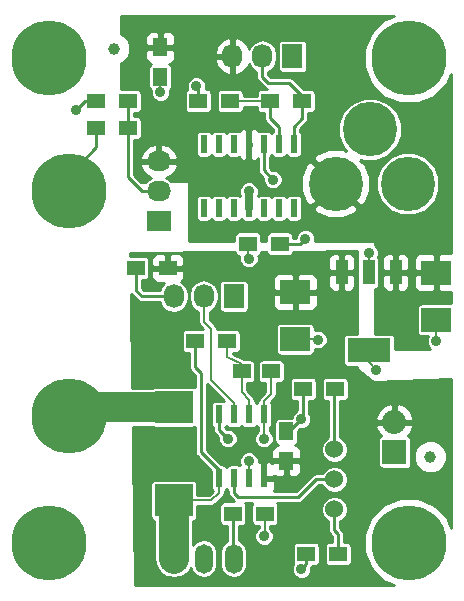
<source format=gtl>
G04 #@! TF.FileFunction,Copper,L1,Top,Signal*
%FSLAX46Y46*%
G04 Gerber Fmt 4.6, Leading zero omitted, Abs format (unit mm)*
G04 Created by KiCad (PCBNEW 4.0.1-stable) date 3/13/2016 3:13:32 PM*
%MOMM*%
G01*
G04 APERTURE LIST*
%ADD10C,0.150000*%
%ADD11C,4.600000*%
%ADD12C,6.350000*%
%ADD13R,2.032000X1.727200*%
%ADD14O,2.032000X1.727200*%
%ADD15R,1.727200X2.032000*%
%ADD16O,1.727200X2.032000*%
%ADD17R,0.600000X1.500000*%
%ADD18O,1.501140X2.499360*%
%ADD19R,1.500000X1.300000*%
%ADD20R,3.200000X2.700000*%
%ADD21R,0.600000X1.550000*%
%ADD22R,2.500000X2.000000*%
%ADD23R,1.250000X1.500000*%
%ADD24R,1.500000X1.250000*%
%ADD25C,1.000000*%
%ADD26R,3.657600X2.032000*%
%ADD27R,1.016000X2.032000*%
%ADD28R,2.032000X2.032000*%
%ADD29O,2.032000X2.032000*%
%ADD30C,1.524000*%
%ADD31C,0.889000*%
%ADD32C,0.254000*%
%ADD33C,0.203200*%
%ADD34C,2.540000*%
%ADD35C,0.635000*%
G04 APERTURE END LIST*
D10*
D11*
X34417000Y-14605000D03*
X28317000Y-14605000D03*
X31217000Y-10005000D03*
D12*
X4000000Y-4000000D03*
X4000000Y-45000000D03*
X34500000Y-4000000D03*
X34500000Y-45000000D03*
D13*
X13335000Y-17780000D03*
D14*
X13335000Y-15240000D03*
X13335000Y-12700000D03*
D15*
X24638000Y-3810000D03*
D16*
X22098000Y-3810000D03*
X19558000Y-3810000D03*
D17*
X24765000Y-11270000D03*
X23495000Y-11270000D03*
X22225000Y-11270000D03*
X20955000Y-11270000D03*
X19685000Y-11270000D03*
X18415000Y-11270000D03*
X17145000Y-11270000D03*
X17145000Y-16670000D03*
X18415000Y-16670000D03*
X19685000Y-16670000D03*
X20955000Y-16670000D03*
X22225000Y-16670000D03*
X23495000Y-16670000D03*
X24765000Y-16670000D03*
D18*
X17145000Y-46355000D03*
X19685000Y-46355000D03*
X14605000Y-46355000D03*
D19*
X19605000Y-42545000D03*
X22305000Y-42545000D03*
X16430000Y-27940000D03*
X19130000Y-27940000D03*
D20*
X14605000Y-33515000D03*
X14605000Y-41415000D03*
D19*
X28274000Y-32004000D03*
X25574000Y-32004000D03*
X28528000Y-45974000D03*
X25828000Y-45974000D03*
D21*
X22225000Y-34130000D03*
X20955000Y-34130000D03*
X19685000Y-34130000D03*
X18415000Y-34130000D03*
X18415000Y-39530000D03*
X19685000Y-39530000D03*
X20955000Y-39530000D03*
X22225000Y-39530000D03*
D19*
X19384000Y-7620000D03*
X16684000Y-7620000D03*
X22780000Y-7620000D03*
X25480000Y-7620000D03*
D22*
X24892000Y-23781000D03*
X24892000Y-27781000D03*
D23*
X24130000Y-38080000D03*
X24130000Y-35580000D03*
X13462000Y-3068000D03*
X13462000Y-5568000D03*
D22*
X36830000Y-22130000D03*
X36830000Y-26130000D03*
D19*
X23575000Y-19685000D03*
X20875000Y-19685000D03*
D24*
X22840000Y-30480000D03*
X20340000Y-30480000D03*
D25*
X36322000Y-37719000D03*
X9525000Y-3175000D03*
D26*
X31115000Y-28702000D03*
D27*
X31115000Y-22098000D03*
X28829000Y-22098000D03*
X33401000Y-22098000D03*
D15*
X19685000Y-24130000D03*
D16*
X17145000Y-24130000D03*
X14605000Y-24130000D03*
D12*
X5715000Y-15240000D03*
X5715000Y-34290000D03*
D19*
X10748000Y-9906000D03*
X8048000Y-9906000D03*
X8048000Y-7620000D03*
X10748000Y-7620000D03*
X11400000Y-21750000D03*
X14100000Y-21750000D03*
D28*
X33274000Y-37338000D03*
D29*
X33274000Y-34798000D03*
D30*
X28194000Y-39624000D03*
X28194000Y-37084000D03*
X28194000Y-42164000D03*
D31*
X25400000Y-34544000D03*
X6350000Y-8382000D03*
X16510000Y-6350000D03*
X36830000Y-27940000D03*
X31115000Y-20447000D03*
X31750000Y-30353000D03*
X13462000Y-6858000D03*
X26797000Y-27813000D03*
X19177000Y-36195000D03*
X20955000Y-15240000D03*
X22225000Y-44450000D03*
X22225000Y-36195000D03*
X23000000Y-14250000D03*
X25750000Y-19250000D03*
X25400000Y-47244000D03*
X20955000Y-38100000D03*
X20955000Y-20955000D03*
D32*
X25574000Y-32004000D02*
X25574000Y-34370000D01*
X25400000Y-34544000D02*
X24364000Y-35580000D01*
X25574000Y-34370000D02*
X25400000Y-34544000D01*
X24130000Y-35580000D02*
X24364000Y-35580000D01*
X8048000Y-7620000D02*
X7112000Y-7620000D01*
X7112000Y-7620000D02*
X6350000Y-8382000D01*
X16684000Y-7620000D02*
X16684000Y-6524000D01*
X16684000Y-6524000D02*
X16510000Y-6350000D01*
D33*
X36830000Y-26130000D02*
X36830000Y-27940000D01*
X31115000Y-22098000D02*
X31115000Y-20447000D01*
X31115000Y-28702000D02*
X31115000Y-29718000D01*
X31115000Y-29718000D02*
X31750000Y-30353000D01*
X13462000Y-5568000D02*
X13462000Y-6858000D01*
X24892000Y-27781000D02*
X26765000Y-27781000D01*
X26765000Y-27781000D02*
X26797000Y-27813000D01*
D32*
X18415000Y-34130000D02*
X18415000Y-35433000D01*
X18415000Y-35433000D02*
X19177000Y-36195000D01*
D34*
X14605000Y-33515000D02*
X6490000Y-33515000D01*
X6490000Y-33515000D02*
X5715000Y-34290000D01*
D33*
X14605000Y-33515000D02*
X14605000Y-34671000D01*
D35*
X20955000Y-16670000D02*
X20955000Y-15240000D01*
D33*
X20340000Y-30480000D02*
X20340000Y-29865000D01*
X20340000Y-29865000D02*
X19130000Y-29290000D01*
X19130000Y-29290000D02*
X19130000Y-27940000D01*
X20955000Y-34130000D02*
X20955000Y-32893000D01*
X20340000Y-32278000D02*
X20340000Y-30480000D01*
X20955000Y-32893000D02*
X20340000Y-32278000D01*
D32*
X28194000Y-37084000D02*
X28194000Y-32084000D01*
X28194000Y-32084000D02*
X28274000Y-32004000D01*
X28528000Y-45974000D02*
X28528000Y-44276000D01*
X28194000Y-43942000D02*
X28194000Y-42164000D01*
X28528000Y-44276000D02*
X28194000Y-43942000D01*
X28470000Y-45916000D02*
X28528000Y-45974000D01*
D33*
X22225000Y-34130000D02*
X22225000Y-33020000D01*
X22225000Y-33020000D02*
X22840000Y-32405000D01*
X22840000Y-32405000D02*
X22840000Y-30480000D01*
X22225000Y-34130000D02*
X22225000Y-36195000D01*
X22305000Y-42545000D02*
X22305000Y-44370000D01*
X22305000Y-44370000D02*
X22225000Y-44450000D01*
D35*
X22225000Y-44450000D02*
X22305000Y-44370000D01*
D32*
X5715000Y-15240000D02*
X5715000Y-13843000D01*
X5715000Y-13843000D02*
X8048000Y-11510000D01*
X8048000Y-11510000D02*
X8048000Y-9906000D01*
D35*
X5715000Y-15240000D02*
X6350000Y-15240000D01*
D32*
X25480000Y-7620000D02*
X25480000Y-7192000D01*
X25480000Y-7192000D02*
X24384000Y-6096000D01*
X22098000Y-5588000D02*
X22098000Y-3810000D01*
X22606000Y-6096000D02*
X22098000Y-5588000D01*
X24384000Y-6096000D02*
X22606000Y-6096000D01*
X24765000Y-11270000D02*
X24765000Y-9779000D01*
X25480000Y-9064000D02*
X25480000Y-7620000D01*
X24765000Y-9779000D02*
X25480000Y-9064000D01*
X19605000Y-42545000D02*
X19605000Y-46275000D01*
X19605000Y-46275000D02*
X19685000Y-46355000D01*
D33*
X19605000Y-46275000D02*
X19685000Y-46355000D01*
D35*
X19685000Y-42625000D02*
X19605000Y-42545000D01*
D32*
X18415000Y-39530000D02*
X18415000Y-38862000D01*
X18415000Y-38862000D02*
X16891000Y-37338000D01*
X16430000Y-30146000D02*
X16430000Y-27940000D01*
X16891000Y-30607000D02*
X16430000Y-30146000D01*
X16891000Y-37338000D02*
X16891000Y-30607000D01*
D34*
X14605000Y-46355000D02*
X14605000Y-41415000D01*
D33*
X14605000Y-41415000D02*
X17767000Y-41415000D01*
X18415000Y-40767000D02*
X18415000Y-39530000D01*
X17767000Y-41415000D02*
X18415000Y-40767000D01*
D32*
X23495000Y-11270000D02*
X23495000Y-9779000D01*
X22780000Y-9064000D02*
X22780000Y-7620000D01*
X23495000Y-9779000D02*
X22780000Y-9064000D01*
D33*
X19384000Y-7620000D02*
X22780000Y-7620000D01*
D32*
X23575000Y-19685000D02*
X25315000Y-19685000D01*
X22225000Y-13475000D02*
X22225000Y-11270000D01*
X23000000Y-14250000D02*
X22225000Y-13475000D01*
X25315000Y-19685000D02*
X25750000Y-19250000D01*
X25828000Y-46816000D02*
X25400000Y-47244000D01*
X25828000Y-46816000D02*
X25828000Y-45974000D01*
D33*
X20875000Y-19685000D02*
X20875000Y-20875000D01*
X20875000Y-20875000D02*
X20955000Y-20955000D01*
X20955000Y-39530000D02*
X20955000Y-38100000D01*
D35*
X20955000Y-20955000D02*
X20875000Y-20875000D01*
D33*
X19685000Y-34130000D02*
X19685000Y-33147000D01*
X19685000Y-33147000D02*
X17780000Y-31242000D01*
X17780000Y-26924000D02*
X17145000Y-26289000D01*
X17780000Y-31242000D02*
X17780000Y-26924000D01*
X17145000Y-26289000D02*
X17145000Y-24130000D01*
D32*
X19685000Y-39530000D02*
X19685000Y-40767000D01*
X26670000Y-39624000D02*
X28194000Y-39624000D01*
X25146000Y-41148000D02*
X26670000Y-39624000D01*
X20066000Y-41148000D02*
X25146000Y-41148000D01*
X19685000Y-40767000D02*
X20066000Y-41148000D01*
X10748000Y-9906000D02*
X10748000Y-7620000D01*
X13335000Y-15240000D02*
X11938000Y-15240000D01*
X10748000Y-14050000D02*
X10748000Y-9906000D01*
X11938000Y-15240000D02*
X10748000Y-14050000D01*
X14605000Y-24130000D02*
X11880000Y-24130000D01*
X11400000Y-23650000D02*
X11400000Y-21750000D01*
X11880000Y-24130000D02*
X11400000Y-23650000D01*
G36*
X32344628Y-768156D02*
X31271923Y-1838991D01*
X30690663Y-3238819D01*
X30689340Y-4754531D01*
X31268156Y-6155372D01*
X32338991Y-7228077D01*
X33738819Y-7809337D01*
X35254531Y-7810660D01*
X36655372Y-7231844D01*
X37728077Y-6161009D01*
X38094800Y-5277843D01*
X38094800Y-20495000D01*
X37115750Y-20495000D01*
X36957000Y-20653750D01*
X36957000Y-22003000D01*
X36977000Y-22003000D01*
X36977000Y-22257000D01*
X36957000Y-22257000D01*
X36957000Y-23606250D01*
X37115750Y-23765000D01*
X38094800Y-23765000D01*
X38094800Y-24744533D01*
X38080000Y-24741536D01*
X35580000Y-24741536D01*
X35438810Y-24768103D01*
X35309135Y-24851546D01*
X35222141Y-24978866D01*
X35191536Y-25130000D01*
X35191536Y-27130000D01*
X35218103Y-27271190D01*
X35301546Y-27400865D01*
X35428866Y-27487859D01*
X35580000Y-27518464D01*
X36111198Y-27518464D01*
X36004643Y-27775077D01*
X36004357Y-28103482D01*
X36129767Y-28406998D01*
X36297476Y-28575000D01*
X33332264Y-28575000D01*
X33332264Y-27686000D01*
X33305697Y-27544810D01*
X33222254Y-27415135D01*
X33094934Y-27328141D01*
X32943800Y-27297536D01*
X31636593Y-27297536D01*
X31623000Y-27272616D01*
X31623000Y-23502464D01*
X31764190Y-23475897D01*
X31893865Y-23392454D01*
X31980859Y-23265134D01*
X32011464Y-23114000D01*
X32011464Y-22383750D01*
X32258000Y-22383750D01*
X32258000Y-23240310D01*
X32354673Y-23473699D01*
X32533302Y-23652327D01*
X32766691Y-23749000D01*
X33115250Y-23749000D01*
X33274000Y-23590250D01*
X33274000Y-22225000D01*
X33528000Y-22225000D01*
X33528000Y-23590250D01*
X33686750Y-23749000D01*
X34035309Y-23749000D01*
X34268698Y-23652327D01*
X34447327Y-23473699D01*
X34544000Y-23240310D01*
X34544000Y-22415750D01*
X34945000Y-22415750D01*
X34945000Y-23256309D01*
X35041673Y-23489698D01*
X35220301Y-23668327D01*
X35453690Y-23765000D01*
X36544250Y-23765000D01*
X36703000Y-23606250D01*
X36703000Y-22257000D01*
X35103750Y-22257000D01*
X34945000Y-22415750D01*
X34544000Y-22415750D01*
X34544000Y-22383750D01*
X34385250Y-22225000D01*
X33528000Y-22225000D01*
X33274000Y-22225000D01*
X32416750Y-22225000D01*
X32258000Y-22383750D01*
X32011464Y-22383750D01*
X32011464Y-21082000D01*
X31987697Y-20955690D01*
X32258000Y-20955690D01*
X32258000Y-21812250D01*
X32416750Y-21971000D01*
X33274000Y-21971000D01*
X33274000Y-20605750D01*
X33528000Y-20605750D01*
X33528000Y-21971000D01*
X34385250Y-21971000D01*
X34544000Y-21812250D01*
X34544000Y-21003691D01*
X34945000Y-21003691D01*
X34945000Y-21844250D01*
X35103750Y-22003000D01*
X36703000Y-22003000D01*
X36703000Y-20653750D01*
X36544250Y-20495000D01*
X35453690Y-20495000D01*
X35220301Y-20591673D01*
X35041673Y-20770302D01*
X34945000Y-21003691D01*
X34544000Y-21003691D01*
X34544000Y-20955690D01*
X34447327Y-20722301D01*
X34268698Y-20543673D01*
X34035309Y-20447000D01*
X33686750Y-20447000D01*
X33528000Y-20605750D01*
X33274000Y-20605750D01*
X33115250Y-20447000D01*
X32766691Y-20447000D01*
X32533302Y-20543673D01*
X32354673Y-20722301D01*
X32258000Y-20955690D01*
X31987697Y-20955690D01*
X31984897Y-20940810D01*
X31901454Y-20811135D01*
X31867321Y-20787813D01*
X31940357Y-20611923D01*
X31940643Y-20283518D01*
X31815233Y-19980002D01*
X31623000Y-19787433D01*
X31623000Y-19558000D01*
X31612994Y-19508590D01*
X31584553Y-19466965D01*
X31542159Y-19439685D01*
X31496000Y-19431000D01*
X26568681Y-19431000D01*
X26575357Y-19414923D01*
X26575643Y-19086518D01*
X26450233Y-18783002D01*
X26218219Y-18550583D01*
X25914923Y-18424643D01*
X25586518Y-18424357D01*
X25283002Y-18549767D01*
X25050583Y-18781781D01*
X24924643Y-19085077D01*
X24924563Y-19177000D01*
X24713464Y-19177000D01*
X24713464Y-19035000D01*
X24686897Y-18893810D01*
X24603454Y-18764135D01*
X24476134Y-18677141D01*
X24325000Y-18646536D01*
X22825000Y-18646536D01*
X22683810Y-18673103D01*
X22554135Y-18756546D01*
X22467141Y-18883866D01*
X22436536Y-19035000D01*
X22436536Y-19431000D01*
X22013464Y-19431000D01*
X22013464Y-19035000D01*
X21986897Y-18893810D01*
X21903454Y-18764135D01*
X21776134Y-18677141D01*
X21625000Y-18646536D01*
X20125000Y-18646536D01*
X19983810Y-18673103D01*
X19854135Y-18756546D01*
X19767141Y-18883866D01*
X19736536Y-19035000D01*
X19736536Y-19431000D01*
X15875000Y-19431000D01*
X15875000Y-15920000D01*
X16456536Y-15920000D01*
X16456536Y-17420000D01*
X16483103Y-17561190D01*
X16566546Y-17690865D01*
X16693866Y-17777859D01*
X16845000Y-17808464D01*
X17445000Y-17808464D01*
X17586190Y-17781897D01*
X17715865Y-17698454D01*
X17780530Y-17603813D01*
X17836546Y-17690865D01*
X17963866Y-17777859D01*
X18115000Y-17808464D01*
X18715000Y-17808464D01*
X18856190Y-17781897D01*
X18985865Y-17698454D01*
X19050530Y-17603813D01*
X19106546Y-17690865D01*
X19233866Y-17777859D01*
X19385000Y-17808464D01*
X19985000Y-17808464D01*
X20126190Y-17781897D01*
X20255865Y-17698454D01*
X20320530Y-17603813D01*
X20376546Y-17690865D01*
X20503866Y-17777859D01*
X20655000Y-17808464D01*
X21255000Y-17808464D01*
X21396190Y-17781897D01*
X21525865Y-17698454D01*
X21590530Y-17603813D01*
X21646546Y-17690865D01*
X21773866Y-17777859D01*
X21925000Y-17808464D01*
X22525000Y-17808464D01*
X22666190Y-17781897D01*
X22795865Y-17698454D01*
X22860530Y-17603813D01*
X22916546Y-17690865D01*
X23043866Y-17777859D01*
X23195000Y-17808464D01*
X23795000Y-17808464D01*
X23936190Y-17781897D01*
X24065865Y-17698454D01*
X24130530Y-17603813D01*
X24186546Y-17690865D01*
X24313866Y-17777859D01*
X24465000Y-17808464D01*
X25065000Y-17808464D01*
X25206190Y-17781897D01*
X25335865Y-17698454D01*
X25422859Y-17571134D01*
X25453464Y-17420000D01*
X25453464Y-16696553D01*
X26405052Y-16696553D01*
X26662383Y-17098451D01*
X27742536Y-17541843D01*
X28910145Y-17538127D01*
X29971617Y-17098451D01*
X30228948Y-16696553D01*
X28317000Y-14784605D01*
X26405052Y-16696553D01*
X25453464Y-16696553D01*
X25453464Y-15920000D01*
X25426897Y-15778810D01*
X25343454Y-15649135D01*
X25216134Y-15562141D01*
X25065000Y-15531536D01*
X24465000Y-15531536D01*
X24323810Y-15558103D01*
X24194135Y-15641546D01*
X24129470Y-15736187D01*
X24073454Y-15649135D01*
X23946134Y-15562141D01*
X23795000Y-15531536D01*
X23195000Y-15531536D01*
X23053810Y-15558103D01*
X22924135Y-15641546D01*
X22859470Y-15736187D01*
X22803454Y-15649135D01*
X22676134Y-15562141D01*
X22525000Y-15531536D01*
X21925000Y-15531536D01*
X21783810Y-15558103D01*
X21692300Y-15616988D01*
X21780357Y-15404923D01*
X21780643Y-15076518D01*
X21655233Y-14773002D01*
X21423219Y-14540583D01*
X21119923Y-14414643D01*
X20791518Y-14414357D01*
X20488002Y-14539767D01*
X20255583Y-14771781D01*
X20129643Y-15075077D01*
X20129357Y-15403482D01*
X20218036Y-15618102D01*
X20136134Y-15562141D01*
X19985000Y-15531536D01*
X19385000Y-15531536D01*
X19243810Y-15558103D01*
X19114135Y-15641546D01*
X19049470Y-15736187D01*
X18993454Y-15649135D01*
X18866134Y-15562141D01*
X18715000Y-15531536D01*
X18115000Y-15531536D01*
X17973810Y-15558103D01*
X17844135Y-15641546D01*
X17779470Y-15736187D01*
X17723454Y-15649135D01*
X17596134Y-15562141D01*
X17445000Y-15531536D01*
X16845000Y-15531536D01*
X16703810Y-15558103D01*
X16574135Y-15641546D01*
X16487141Y-15768866D01*
X16456536Y-15920000D01*
X15875000Y-15920000D01*
X15875000Y-14478000D01*
X15864994Y-14428590D01*
X15836553Y-14386965D01*
X15794159Y-14359685D01*
X15745178Y-14351031D01*
X14408729Y-14380730D01*
X14394834Y-14359935D01*
X13991057Y-14090140D01*
X13976757Y-14087296D01*
X14249320Y-13991954D01*
X14685732Y-13602036D01*
X14939709Y-13074791D01*
X14942358Y-13059026D01*
X14821217Y-12827000D01*
X13462000Y-12827000D01*
X13462000Y-12847000D01*
X13208000Y-12847000D01*
X13208000Y-12827000D01*
X11848783Y-12827000D01*
X11727642Y-13059026D01*
X11730291Y-13074791D01*
X11984268Y-13602036D01*
X12420680Y-13991954D01*
X12693243Y-14087296D01*
X12678943Y-14090140D01*
X12275166Y-14359935D01*
X12228904Y-14429170D01*
X11853923Y-14437503D01*
X11256000Y-13839580D01*
X11256000Y-12340974D01*
X11727642Y-12340974D01*
X11848783Y-12573000D01*
X13208000Y-12573000D01*
X13208000Y-11359076D01*
X13462000Y-11359076D01*
X13462000Y-12573000D01*
X14821217Y-12573000D01*
X14942358Y-12340974D01*
X14939709Y-12325209D01*
X14685732Y-11797964D01*
X14249320Y-11408046D01*
X13696913Y-11214816D01*
X13462000Y-11359076D01*
X13208000Y-11359076D01*
X12973087Y-11214816D01*
X12420680Y-11408046D01*
X11984268Y-11797964D01*
X11730291Y-12325209D01*
X11727642Y-12340974D01*
X11256000Y-12340974D01*
X11256000Y-10944464D01*
X11498000Y-10944464D01*
X11639190Y-10917897D01*
X11768865Y-10834454D01*
X11855859Y-10707134D01*
X11886464Y-10556000D01*
X11886464Y-10520000D01*
X16456536Y-10520000D01*
X16456536Y-12020000D01*
X16483103Y-12161190D01*
X16566546Y-12290865D01*
X16693866Y-12377859D01*
X16845000Y-12408464D01*
X17445000Y-12408464D01*
X17586190Y-12381897D01*
X17715865Y-12298454D01*
X17780530Y-12203813D01*
X17836546Y-12290865D01*
X17963866Y-12377859D01*
X18115000Y-12408464D01*
X18715000Y-12408464D01*
X18856190Y-12381897D01*
X18985865Y-12298454D01*
X19050530Y-12203813D01*
X19106546Y-12290865D01*
X19233866Y-12377859D01*
X19385000Y-12408464D01*
X19985000Y-12408464D01*
X20120031Y-12383056D01*
X20295301Y-12558327D01*
X20528690Y-12655000D01*
X20669250Y-12655000D01*
X20828000Y-12496250D01*
X20828000Y-11397000D01*
X20808000Y-11397000D01*
X20808000Y-11143000D01*
X20828000Y-11143000D01*
X20828000Y-10043750D01*
X20669250Y-9885000D01*
X20528690Y-9885000D01*
X20295301Y-9981673D01*
X20118421Y-10158554D01*
X19985000Y-10131536D01*
X19385000Y-10131536D01*
X19243810Y-10158103D01*
X19114135Y-10241546D01*
X19049470Y-10336187D01*
X18993454Y-10249135D01*
X18866134Y-10162141D01*
X18715000Y-10131536D01*
X18115000Y-10131536D01*
X17973810Y-10158103D01*
X17844135Y-10241546D01*
X17779470Y-10336187D01*
X17723454Y-10249135D01*
X17596134Y-10162141D01*
X17445000Y-10131536D01*
X16845000Y-10131536D01*
X16703810Y-10158103D01*
X16574135Y-10241546D01*
X16487141Y-10368866D01*
X16456536Y-10520000D01*
X11886464Y-10520000D01*
X11886464Y-9256000D01*
X11859897Y-9114810D01*
X11776454Y-8985135D01*
X11649134Y-8898141D01*
X11498000Y-8867536D01*
X11256000Y-8867536D01*
X11256000Y-8658464D01*
X11498000Y-8658464D01*
X11639190Y-8631897D01*
X11768865Y-8548454D01*
X11855859Y-8421134D01*
X11886464Y-8270000D01*
X11886464Y-6970000D01*
X11859897Y-6828810D01*
X11776454Y-6699135D01*
X11649134Y-6612141D01*
X11498000Y-6581536D01*
X10160000Y-6581536D01*
X10160000Y-4424180D01*
X10315303Y-4360010D01*
X10708629Y-3967370D01*
X10921757Y-3454100D01*
X10921844Y-3353750D01*
X12202000Y-3353750D01*
X12202000Y-3944309D01*
X12298673Y-4177698D01*
X12477301Y-4356327D01*
X12710690Y-4453000D01*
X12712301Y-4453000D01*
X12695810Y-4456103D01*
X12566135Y-4539546D01*
X12479141Y-4666866D01*
X12448536Y-4818000D01*
X12448536Y-6318000D01*
X12475103Y-6459190D01*
X12558546Y-6588865D01*
X12653091Y-6653465D01*
X12636643Y-6693077D01*
X12636357Y-7021482D01*
X12761767Y-7324998D01*
X12993781Y-7557417D01*
X13297077Y-7683357D01*
X13625482Y-7683643D01*
X13928998Y-7558233D01*
X14161417Y-7326219D01*
X14287357Y-7022923D01*
X14287403Y-6970000D01*
X15545536Y-6970000D01*
X15545536Y-8270000D01*
X15572103Y-8411190D01*
X15655546Y-8540865D01*
X15782866Y-8627859D01*
X15934000Y-8658464D01*
X17434000Y-8658464D01*
X17575190Y-8631897D01*
X17704865Y-8548454D01*
X17791859Y-8421134D01*
X17822464Y-8270000D01*
X17822464Y-6970000D01*
X18245536Y-6970000D01*
X18245536Y-8270000D01*
X18272103Y-8411190D01*
X18355546Y-8540865D01*
X18482866Y-8627859D01*
X18634000Y-8658464D01*
X20134000Y-8658464D01*
X20275190Y-8631897D01*
X20404865Y-8548454D01*
X20491859Y-8421134D01*
X20522464Y-8270000D01*
X20522464Y-8102600D01*
X21641536Y-8102600D01*
X21641536Y-8270000D01*
X21668103Y-8411190D01*
X21751546Y-8540865D01*
X21878866Y-8627859D01*
X22030000Y-8658464D01*
X22272000Y-8658464D01*
X22272000Y-9064000D01*
X22310669Y-9258403D01*
X22420790Y-9423210D01*
X22987000Y-9989420D01*
X22987000Y-10201094D01*
X22924135Y-10241546D01*
X22859470Y-10336187D01*
X22803454Y-10249135D01*
X22676134Y-10162141D01*
X22525000Y-10131536D01*
X21925000Y-10131536D01*
X21789969Y-10156944D01*
X21614699Y-9981673D01*
X21381310Y-9885000D01*
X21240750Y-9885000D01*
X21082000Y-10043750D01*
X21082000Y-11143000D01*
X21102000Y-11143000D01*
X21102000Y-11397000D01*
X21082000Y-11397000D01*
X21082000Y-12496250D01*
X21240750Y-12655000D01*
X21381310Y-12655000D01*
X21614699Y-12558327D01*
X21717000Y-12456025D01*
X21717000Y-13475000D01*
X21755669Y-13669403D01*
X21865790Y-13834210D01*
X22174593Y-14143013D01*
X22174357Y-14413482D01*
X22299767Y-14716998D01*
X22531781Y-14949417D01*
X22835077Y-15075357D01*
X23163482Y-15075643D01*
X23466998Y-14950233D01*
X23699417Y-14718219D01*
X23825357Y-14414923D01*
X23825643Y-14086518D01*
X23802512Y-14030536D01*
X25380157Y-14030536D01*
X25383873Y-15198145D01*
X25823549Y-16259617D01*
X26225447Y-16516948D01*
X28137395Y-14605000D01*
X26225447Y-12693052D01*
X25823549Y-12950383D01*
X25380157Y-14030536D01*
X23802512Y-14030536D01*
X23700233Y-13783002D01*
X23468219Y-13550583D01*
X23164923Y-13424643D01*
X22892826Y-13424406D01*
X22733000Y-13264580D01*
X22733000Y-12513447D01*
X26405052Y-12513447D01*
X28317000Y-14425395D01*
X28331143Y-14411253D01*
X28510748Y-14590858D01*
X28496605Y-14605000D01*
X30408553Y-16516948D01*
X30810451Y-16259617D01*
X31253843Y-15179464D01*
X31253705Y-15135944D01*
X31735536Y-15135944D01*
X32142833Y-16121681D01*
X32896353Y-16876516D01*
X33881377Y-17285534D01*
X34947944Y-17286464D01*
X35933681Y-16879167D01*
X36688516Y-16125647D01*
X37097534Y-15140623D01*
X37098464Y-14074056D01*
X36691167Y-13088319D01*
X35937647Y-12333484D01*
X34952623Y-11924466D01*
X33886056Y-11923536D01*
X32900319Y-12330833D01*
X32145484Y-13084353D01*
X31736466Y-14069377D01*
X31735536Y-15135944D01*
X31253705Y-15135944D01*
X31250127Y-14011855D01*
X30810451Y-12950383D01*
X30408555Y-12693053D01*
X30493915Y-12607693D01*
X30681377Y-12685534D01*
X31747944Y-12686464D01*
X32733681Y-12279167D01*
X33488516Y-11525647D01*
X33897534Y-10540623D01*
X33898464Y-9474056D01*
X33491167Y-8488319D01*
X32737647Y-7733484D01*
X31752623Y-7324466D01*
X30686056Y-7323536D01*
X29700319Y-7730833D01*
X28945484Y-8484353D01*
X28536466Y-9469377D01*
X28535536Y-10535944D01*
X28942833Y-11521681D01*
X29226234Y-11805577D01*
X28891464Y-11668157D01*
X27723855Y-11671873D01*
X26662383Y-12111549D01*
X26405052Y-12513447D01*
X22733000Y-12513447D01*
X22733000Y-12338906D01*
X22795865Y-12298454D01*
X22860530Y-12203813D01*
X22916546Y-12290865D01*
X23043866Y-12377859D01*
X23195000Y-12408464D01*
X23795000Y-12408464D01*
X23936190Y-12381897D01*
X24065865Y-12298454D01*
X24130530Y-12203813D01*
X24186546Y-12290865D01*
X24313866Y-12377859D01*
X24465000Y-12408464D01*
X25065000Y-12408464D01*
X25206190Y-12381897D01*
X25335865Y-12298454D01*
X25422859Y-12171134D01*
X25453464Y-12020000D01*
X25453464Y-10520000D01*
X25426897Y-10378810D01*
X25343454Y-10249135D01*
X25273000Y-10200996D01*
X25273000Y-9989420D01*
X25839210Y-9423210D01*
X25949331Y-9258403D01*
X25988000Y-9064000D01*
X25988000Y-8658464D01*
X26230000Y-8658464D01*
X26371190Y-8631897D01*
X26500865Y-8548454D01*
X26587859Y-8421134D01*
X26618464Y-8270000D01*
X26618464Y-6970000D01*
X26591897Y-6828810D01*
X26508454Y-6699135D01*
X26381134Y-6612141D01*
X26230000Y-6581536D01*
X25587956Y-6581536D01*
X24743210Y-5736790D01*
X24578403Y-5626669D01*
X24384000Y-5588000D01*
X22816421Y-5588000D01*
X22606000Y-5377580D01*
X22606000Y-5118440D01*
X22978065Y-4869834D01*
X23247860Y-4466057D01*
X23342600Y-3989769D01*
X23342600Y-3630231D01*
X23247860Y-3153943D01*
X23007354Y-2794000D01*
X23385936Y-2794000D01*
X23385936Y-4826000D01*
X23412503Y-4967190D01*
X23495946Y-5096865D01*
X23623266Y-5183859D01*
X23774400Y-5214464D01*
X25501600Y-5214464D01*
X25642790Y-5187897D01*
X25772465Y-5104454D01*
X25859459Y-4977134D01*
X25890064Y-4826000D01*
X25890064Y-2794000D01*
X25863497Y-2652810D01*
X25780054Y-2523135D01*
X25652734Y-2436141D01*
X25501600Y-2405536D01*
X23774400Y-2405536D01*
X23633210Y-2432103D01*
X23503535Y-2515546D01*
X23416541Y-2642866D01*
X23385936Y-2794000D01*
X23007354Y-2794000D01*
X22978065Y-2750166D01*
X22574288Y-2480371D01*
X22098000Y-2385631D01*
X21621712Y-2480371D01*
X21217935Y-2750166D01*
X20948140Y-3153943D01*
X20945296Y-3168243D01*
X20849954Y-2895680D01*
X20460036Y-2459268D01*
X19932791Y-2205291D01*
X19917026Y-2202642D01*
X19685000Y-2323783D01*
X19685000Y-3683000D01*
X19705000Y-3683000D01*
X19705000Y-3937000D01*
X19685000Y-3937000D01*
X19685000Y-5296217D01*
X19917026Y-5417358D01*
X19932791Y-5414709D01*
X20460036Y-5160732D01*
X20849954Y-4724320D01*
X20945296Y-4451757D01*
X20948140Y-4466057D01*
X21217935Y-4869834D01*
X21590000Y-5118440D01*
X21590000Y-5588000D01*
X21628669Y-5782403D01*
X21738790Y-5947210D01*
X22246789Y-6455210D01*
X22334000Y-6513482D01*
X22411597Y-6565331D01*
X22493065Y-6581536D01*
X22030000Y-6581536D01*
X21888810Y-6608103D01*
X21759135Y-6691546D01*
X21672141Y-6818866D01*
X21641536Y-6970000D01*
X21641536Y-7137400D01*
X20522464Y-7137400D01*
X20522464Y-6970000D01*
X20495897Y-6828810D01*
X20412454Y-6699135D01*
X20285134Y-6612141D01*
X20134000Y-6581536D01*
X18634000Y-6581536D01*
X18492810Y-6608103D01*
X18363135Y-6691546D01*
X18276141Y-6818866D01*
X18245536Y-6970000D01*
X17822464Y-6970000D01*
X17795897Y-6828810D01*
X17712454Y-6699135D01*
X17585134Y-6612141D01*
X17434000Y-6581536D01*
X17307697Y-6581536D01*
X17335357Y-6514923D01*
X17335643Y-6186518D01*
X17210233Y-5883002D01*
X16978219Y-5650583D01*
X16674923Y-5524643D01*
X16346518Y-5524357D01*
X16043002Y-5649767D01*
X15810583Y-5881781D01*
X15684643Y-6185077D01*
X15684357Y-6513482D01*
X15738021Y-6643359D01*
X15663135Y-6691546D01*
X15576141Y-6818866D01*
X15545536Y-6970000D01*
X14287403Y-6970000D01*
X14287643Y-6694518D01*
X14270383Y-6652746D01*
X14357865Y-6596454D01*
X14444859Y-6469134D01*
X14475464Y-6318000D01*
X14475464Y-4818000D01*
X14448897Y-4676810D01*
X14365454Y-4547135D01*
X14238134Y-4460141D01*
X14202870Y-4453000D01*
X14213310Y-4453000D01*
X14446699Y-4356327D01*
X14625327Y-4177698D01*
X14627723Y-4171913D01*
X18072816Y-4171913D01*
X18266046Y-4724320D01*
X18655964Y-5160732D01*
X19183209Y-5414709D01*
X19198974Y-5417358D01*
X19431000Y-5296217D01*
X19431000Y-3937000D01*
X18217076Y-3937000D01*
X18072816Y-4171913D01*
X14627723Y-4171913D01*
X14722000Y-3944309D01*
X14722000Y-3448087D01*
X18072816Y-3448087D01*
X18217076Y-3683000D01*
X19431000Y-3683000D01*
X19431000Y-2323783D01*
X19198974Y-2202642D01*
X19183209Y-2205291D01*
X18655964Y-2459268D01*
X18266046Y-2895680D01*
X18072816Y-3448087D01*
X14722000Y-3448087D01*
X14722000Y-3353750D01*
X14563250Y-3195000D01*
X13589000Y-3195000D01*
X13589000Y-3215000D01*
X13335000Y-3215000D01*
X13335000Y-3195000D01*
X12360750Y-3195000D01*
X12202000Y-3353750D01*
X10921844Y-3353750D01*
X10922242Y-2898339D01*
X10710010Y-2384697D01*
X10517341Y-2191691D01*
X12202000Y-2191691D01*
X12202000Y-2782250D01*
X12360750Y-2941000D01*
X13335000Y-2941000D01*
X13335000Y-1841750D01*
X13589000Y-1841750D01*
X13589000Y-2941000D01*
X14563250Y-2941000D01*
X14722000Y-2782250D01*
X14722000Y-2191691D01*
X14625327Y-1958302D01*
X14446699Y-1779673D01*
X14213310Y-1683000D01*
X13747750Y-1683000D01*
X13589000Y-1841750D01*
X13335000Y-1841750D01*
X13176250Y-1683000D01*
X12710690Y-1683000D01*
X12477301Y-1779673D01*
X12298673Y-1958302D01*
X12202000Y-2191691D01*
X10517341Y-2191691D01*
X10317370Y-1991371D01*
X10160000Y-1926025D01*
X10160000Y-405200D01*
X33223048Y-405200D01*
X32344628Y-768156D01*
X32344628Y-768156D01*
G37*
X32344628Y-768156D02*
X31271923Y-1838991D01*
X30690663Y-3238819D01*
X30689340Y-4754531D01*
X31268156Y-6155372D01*
X32338991Y-7228077D01*
X33738819Y-7809337D01*
X35254531Y-7810660D01*
X36655372Y-7231844D01*
X37728077Y-6161009D01*
X38094800Y-5277843D01*
X38094800Y-20495000D01*
X37115750Y-20495000D01*
X36957000Y-20653750D01*
X36957000Y-22003000D01*
X36977000Y-22003000D01*
X36977000Y-22257000D01*
X36957000Y-22257000D01*
X36957000Y-23606250D01*
X37115750Y-23765000D01*
X38094800Y-23765000D01*
X38094800Y-24744533D01*
X38080000Y-24741536D01*
X35580000Y-24741536D01*
X35438810Y-24768103D01*
X35309135Y-24851546D01*
X35222141Y-24978866D01*
X35191536Y-25130000D01*
X35191536Y-27130000D01*
X35218103Y-27271190D01*
X35301546Y-27400865D01*
X35428866Y-27487859D01*
X35580000Y-27518464D01*
X36111198Y-27518464D01*
X36004643Y-27775077D01*
X36004357Y-28103482D01*
X36129767Y-28406998D01*
X36297476Y-28575000D01*
X33332264Y-28575000D01*
X33332264Y-27686000D01*
X33305697Y-27544810D01*
X33222254Y-27415135D01*
X33094934Y-27328141D01*
X32943800Y-27297536D01*
X31636593Y-27297536D01*
X31623000Y-27272616D01*
X31623000Y-23502464D01*
X31764190Y-23475897D01*
X31893865Y-23392454D01*
X31980859Y-23265134D01*
X32011464Y-23114000D01*
X32011464Y-22383750D01*
X32258000Y-22383750D01*
X32258000Y-23240310D01*
X32354673Y-23473699D01*
X32533302Y-23652327D01*
X32766691Y-23749000D01*
X33115250Y-23749000D01*
X33274000Y-23590250D01*
X33274000Y-22225000D01*
X33528000Y-22225000D01*
X33528000Y-23590250D01*
X33686750Y-23749000D01*
X34035309Y-23749000D01*
X34268698Y-23652327D01*
X34447327Y-23473699D01*
X34544000Y-23240310D01*
X34544000Y-22415750D01*
X34945000Y-22415750D01*
X34945000Y-23256309D01*
X35041673Y-23489698D01*
X35220301Y-23668327D01*
X35453690Y-23765000D01*
X36544250Y-23765000D01*
X36703000Y-23606250D01*
X36703000Y-22257000D01*
X35103750Y-22257000D01*
X34945000Y-22415750D01*
X34544000Y-22415750D01*
X34544000Y-22383750D01*
X34385250Y-22225000D01*
X33528000Y-22225000D01*
X33274000Y-22225000D01*
X32416750Y-22225000D01*
X32258000Y-22383750D01*
X32011464Y-22383750D01*
X32011464Y-21082000D01*
X31987697Y-20955690D01*
X32258000Y-20955690D01*
X32258000Y-21812250D01*
X32416750Y-21971000D01*
X33274000Y-21971000D01*
X33274000Y-20605750D01*
X33528000Y-20605750D01*
X33528000Y-21971000D01*
X34385250Y-21971000D01*
X34544000Y-21812250D01*
X34544000Y-21003691D01*
X34945000Y-21003691D01*
X34945000Y-21844250D01*
X35103750Y-22003000D01*
X36703000Y-22003000D01*
X36703000Y-20653750D01*
X36544250Y-20495000D01*
X35453690Y-20495000D01*
X35220301Y-20591673D01*
X35041673Y-20770302D01*
X34945000Y-21003691D01*
X34544000Y-21003691D01*
X34544000Y-20955690D01*
X34447327Y-20722301D01*
X34268698Y-20543673D01*
X34035309Y-20447000D01*
X33686750Y-20447000D01*
X33528000Y-20605750D01*
X33274000Y-20605750D01*
X33115250Y-20447000D01*
X32766691Y-20447000D01*
X32533302Y-20543673D01*
X32354673Y-20722301D01*
X32258000Y-20955690D01*
X31987697Y-20955690D01*
X31984897Y-20940810D01*
X31901454Y-20811135D01*
X31867321Y-20787813D01*
X31940357Y-20611923D01*
X31940643Y-20283518D01*
X31815233Y-19980002D01*
X31623000Y-19787433D01*
X31623000Y-19558000D01*
X31612994Y-19508590D01*
X31584553Y-19466965D01*
X31542159Y-19439685D01*
X31496000Y-19431000D01*
X26568681Y-19431000D01*
X26575357Y-19414923D01*
X26575643Y-19086518D01*
X26450233Y-18783002D01*
X26218219Y-18550583D01*
X25914923Y-18424643D01*
X25586518Y-18424357D01*
X25283002Y-18549767D01*
X25050583Y-18781781D01*
X24924643Y-19085077D01*
X24924563Y-19177000D01*
X24713464Y-19177000D01*
X24713464Y-19035000D01*
X24686897Y-18893810D01*
X24603454Y-18764135D01*
X24476134Y-18677141D01*
X24325000Y-18646536D01*
X22825000Y-18646536D01*
X22683810Y-18673103D01*
X22554135Y-18756546D01*
X22467141Y-18883866D01*
X22436536Y-19035000D01*
X22436536Y-19431000D01*
X22013464Y-19431000D01*
X22013464Y-19035000D01*
X21986897Y-18893810D01*
X21903454Y-18764135D01*
X21776134Y-18677141D01*
X21625000Y-18646536D01*
X20125000Y-18646536D01*
X19983810Y-18673103D01*
X19854135Y-18756546D01*
X19767141Y-18883866D01*
X19736536Y-19035000D01*
X19736536Y-19431000D01*
X15875000Y-19431000D01*
X15875000Y-15920000D01*
X16456536Y-15920000D01*
X16456536Y-17420000D01*
X16483103Y-17561190D01*
X16566546Y-17690865D01*
X16693866Y-17777859D01*
X16845000Y-17808464D01*
X17445000Y-17808464D01*
X17586190Y-17781897D01*
X17715865Y-17698454D01*
X17780530Y-17603813D01*
X17836546Y-17690865D01*
X17963866Y-17777859D01*
X18115000Y-17808464D01*
X18715000Y-17808464D01*
X18856190Y-17781897D01*
X18985865Y-17698454D01*
X19050530Y-17603813D01*
X19106546Y-17690865D01*
X19233866Y-17777859D01*
X19385000Y-17808464D01*
X19985000Y-17808464D01*
X20126190Y-17781897D01*
X20255865Y-17698454D01*
X20320530Y-17603813D01*
X20376546Y-17690865D01*
X20503866Y-17777859D01*
X20655000Y-17808464D01*
X21255000Y-17808464D01*
X21396190Y-17781897D01*
X21525865Y-17698454D01*
X21590530Y-17603813D01*
X21646546Y-17690865D01*
X21773866Y-17777859D01*
X21925000Y-17808464D01*
X22525000Y-17808464D01*
X22666190Y-17781897D01*
X22795865Y-17698454D01*
X22860530Y-17603813D01*
X22916546Y-17690865D01*
X23043866Y-17777859D01*
X23195000Y-17808464D01*
X23795000Y-17808464D01*
X23936190Y-17781897D01*
X24065865Y-17698454D01*
X24130530Y-17603813D01*
X24186546Y-17690865D01*
X24313866Y-17777859D01*
X24465000Y-17808464D01*
X25065000Y-17808464D01*
X25206190Y-17781897D01*
X25335865Y-17698454D01*
X25422859Y-17571134D01*
X25453464Y-17420000D01*
X25453464Y-16696553D01*
X26405052Y-16696553D01*
X26662383Y-17098451D01*
X27742536Y-17541843D01*
X28910145Y-17538127D01*
X29971617Y-17098451D01*
X30228948Y-16696553D01*
X28317000Y-14784605D01*
X26405052Y-16696553D01*
X25453464Y-16696553D01*
X25453464Y-15920000D01*
X25426897Y-15778810D01*
X25343454Y-15649135D01*
X25216134Y-15562141D01*
X25065000Y-15531536D01*
X24465000Y-15531536D01*
X24323810Y-15558103D01*
X24194135Y-15641546D01*
X24129470Y-15736187D01*
X24073454Y-15649135D01*
X23946134Y-15562141D01*
X23795000Y-15531536D01*
X23195000Y-15531536D01*
X23053810Y-15558103D01*
X22924135Y-15641546D01*
X22859470Y-15736187D01*
X22803454Y-15649135D01*
X22676134Y-15562141D01*
X22525000Y-15531536D01*
X21925000Y-15531536D01*
X21783810Y-15558103D01*
X21692300Y-15616988D01*
X21780357Y-15404923D01*
X21780643Y-15076518D01*
X21655233Y-14773002D01*
X21423219Y-14540583D01*
X21119923Y-14414643D01*
X20791518Y-14414357D01*
X20488002Y-14539767D01*
X20255583Y-14771781D01*
X20129643Y-15075077D01*
X20129357Y-15403482D01*
X20218036Y-15618102D01*
X20136134Y-15562141D01*
X19985000Y-15531536D01*
X19385000Y-15531536D01*
X19243810Y-15558103D01*
X19114135Y-15641546D01*
X19049470Y-15736187D01*
X18993454Y-15649135D01*
X18866134Y-15562141D01*
X18715000Y-15531536D01*
X18115000Y-15531536D01*
X17973810Y-15558103D01*
X17844135Y-15641546D01*
X17779470Y-15736187D01*
X17723454Y-15649135D01*
X17596134Y-15562141D01*
X17445000Y-15531536D01*
X16845000Y-15531536D01*
X16703810Y-15558103D01*
X16574135Y-15641546D01*
X16487141Y-15768866D01*
X16456536Y-15920000D01*
X15875000Y-15920000D01*
X15875000Y-14478000D01*
X15864994Y-14428590D01*
X15836553Y-14386965D01*
X15794159Y-14359685D01*
X15745178Y-14351031D01*
X14408729Y-14380730D01*
X14394834Y-14359935D01*
X13991057Y-14090140D01*
X13976757Y-14087296D01*
X14249320Y-13991954D01*
X14685732Y-13602036D01*
X14939709Y-13074791D01*
X14942358Y-13059026D01*
X14821217Y-12827000D01*
X13462000Y-12827000D01*
X13462000Y-12847000D01*
X13208000Y-12847000D01*
X13208000Y-12827000D01*
X11848783Y-12827000D01*
X11727642Y-13059026D01*
X11730291Y-13074791D01*
X11984268Y-13602036D01*
X12420680Y-13991954D01*
X12693243Y-14087296D01*
X12678943Y-14090140D01*
X12275166Y-14359935D01*
X12228904Y-14429170D01*
X11853923Y-14437503D01*
X11256000Y-13839580D01*
X11256000Y-12340974D01*
X11727642Y-12340974D01*
X11848783Y-12573000D01*
X13208000Y-12573000D01*
X13208000Y-11359076D01*
X13462000Y-11359076D01*
X13462000Y-12573000D01*
X14821217Y-12573000D01*
X14942358Y-12340974D01*
X14939709Y-12325209D01*
X14685732Y-11797964D01*
X14249320Y-11408046D01*
X13696913Y-11214816D01*
X13462000Y-11359076D01*
X13208000Y-11359076D01*
X12973087Y-11214816D01*
X12420680Y-11408046D01*
X11984268Y-11797964D01*
X11730291Y-12325209D01*
X11727642Y-12340974D01*
X11256000Y-12340974D01*
X11256000Y-10944464D01*
X11498000Y-10944464D01*
X11639190Y-10917897D01*
X11768865Y-10834454D01*
X11855859Y-10707134D01*
X11886464Y-10556000D01*
X11886464Y-10520000D01*
X16456536Y-10520000D01*
X16456536Y-12020000D01*
X16483103Y-12161190D01*
X16566546Y-12290865D01*
X16693866Y-12377859D01*
X16845000Y-12408464D01*
X17445000Y-12408464D01*
X17586190Y-12381897D01*
X17715865Y-12298454D01*
X17780530Y-12203813D01*
X17836546Y-12290865D01*
X17963866Y-12377859D01*
X18115000Y-12408464D01*
X18715000Y-12408464D01*
X18856190Y-12381897D01*
X18985865Y-12298454D01*
X19050530Y-12203813D01*
X19106546Y-12290865D01*
X19233866Y-12377859D01*
X19385000Y-12408464D01*
X19985000Y-12408464D01*
X20120031Y-12383056D01*
X20295301Y-12558327D01*
X20528690Y-12655000D01*
X20669250Y-12655000D01*
X20828000Y-12496250D01*
X20828000Y-11397000D01*
X20808000Y-11397000D01*
X20808000Y-11143000D01*
X20828000Y-11143000D01*
X20828000Y-10043750D01*
X20669250Y-9885000D01*
X20528690Y-9885000D01*
X20295301Y-9981673D01*
X20118421Y-10158554D01*
X19985000Y-10131536D01*
X19385000Y-10131536D01*
X19243810Y-10158103D01*
X19114135Y-10241546D01*
X19049470Y-10336187D01*
X18993454Y-10249135D01*
X18866134Y-10162141D01*
X18715000Y-10131536D01*
X18115000Y-10131536D01*
X17973810Y-10158103D01*
X17844135Y-10241546D01*
X17779470Y-10336187D01*
X17723454Y-10249135D01*
X17596134Y-10162141D01*
X17445000Y-10131536D01*
X16845000Y-10131536D01*
X16703810Y-10158103D01*
X16574135Y-10241546D01*
X16487141Y-10368866D01*
X16456536Y-10520000D01*
X11886464Y-10520000D01*
X11886464Y-9256000D01*
X11859897Y-9114810D01*
X11776454Y-8985135D01*
X11649134Y-8898141D01*
X11498000Y-8867536D01*
X11256000Y-8867536D01*
X11256000Y-8658464D01*
X11498000Y-8658464D01*
X11639190Y-8631897D01*
X11768865Y-8548454D01*
X11855859Y-8421134D01*
X11886464Y-8270000D01*
X11886464Y-6970000D01*
X11859897Y-6828810D01*
X11776454Y-6699135D01*
X11649134Y-6612141D01*
X11498000Y-6581536D01*
X10160000Y-6581536D01*
X10160000Y-4424180D01*
X10315303Y-4360010D01*
X10708629Y-3967370D01*
X10921757Y-3454100D01*
X10921844Y-3353750D01*
X12202000Y-3353750D01*
X12202000Y-3944309D01*
X12298673Y-4177698D01*
X12477301Y-4356327D01*
X12710690Y-4453000D01*
X12712301Y-4453000D01*
X12695810Y-4456103D01*
X12566135Y-4539546D01*
X12479141Y-4666866D01*
X12448536Y-4818000D01*
X12448536Y-6318000D01*
X12475103Y-6459190D01*
X12558546Y-6588865D01*
X12653091Y-6653465D01*
X12636643Y-6693077D01*
X12636357Y-7021482D01*
X12761767Y-7324998D01*
X12993781Y-7557417D01*
X13297077Y-7683357D01*
X13625482Y-7683643D01*
X13928998Y-7558233D01*
X14161417Y-7326219D01*
X14287357Y-7022923D01*
X14287403Y-6970000D01*
X15545536Y-6970000D01*
X15545536Y-8270000D01*
X15572103Y-8411190D01*
X15655546Y-8540865D01*
X15782866Y-8627859D01*
X15934000Y-8658464D01*
X17434000Y-8658464D01*
X17575190Y-8631897D01*
X17704865Y-8548454D01*
X17791859Y-8421134D01*
X17822464Y-8270000D01*
X17822464Y-6970000D01*
X18245536Y-6970000D01*
X18245536Y-8270000D01*
X18272103Y-8411190D01*
X18355546Y-8540865D01*
X18482866Y-8627859D01*
X18634000Y-8658464D01*
X20134000Y-8658464D01*
X20275190Y-8631897D01*
X20404865Y-8548454D01*
X20491859Y-8421134D01*
X20522464Y-8270000D01*
X20522464Y-8102600D01*
X21641536Y-8102600D01*
X21641536Y-8270000D01*
X21668103Y-8411190D01*
X21751546Y-8540865D01*
X21878866Y-8627859D01*
X22030000Y-8658464D01*
X22272000Y-8658464D01*
X22272000Y-9064000D01*
X22310669Y-9258403D01*
X22420790Y-9423210D01*
X22987000Y-9989420D01*
X22987000Y-10201094D01*
X22924135Y-10241546D01*
X22859470Y-10336187D01*
X22803454Y-10249135D01*
X22676134Y-10162141D01*
X22525000Y-10131536D01*
X21925000Y-10131536D01*
X21789969Y-10156944D01*
X21614699Y-9981673D01*
X21381310Y-9885000D01*
X21240750Y-9885000D01*
X21082000Y-10043750D01*
X21082000Y-11143000D01*
X21102000Y-11143000D01*
X21102000Y-11397000D01*
X21082000Y-11397000D01*
X21082000Y-12496250D01*
X21240750Y-12655000D01*
X21381310Y-12655000D01*
X21614699Y-12558327D01*
X21717000Y-12456025D01*
X21717000Y-13475000D01*
X21755669Y-13669403D01*
X21865790Y-13834210D01*
X22174593Y-14143013D01*
X22174357Y-14413482D01*
X22299767Y-14716998D01*
X22531781Y-14949417D01*
X22835077Y-15075357D01*
X23163482Y-15075643D01*
X23466998Y-14950233D01*
X23699417Y-14718219D01*
X23825357Y-14414923D01*
X23825643Y-14086518D01*
X23802512Y-14030536D01*
X25380157Y-14030536D01*
X25383873Y-15198145D01*
X25823549Y-16259617D01*
X26225447Y-16516948D01*
X28137395Y-14605000D01*
X26225447Y-12693052D01*
X25823549Y-12950383D01*
X25380157Y-14030536D01*
X23802512Y-14030536D01*
X23700233Y-13783002D01*
X23468219Y-13550583D01*
X23164923Y-13424643D01*
X22892826Y-13424406D01*
X22733000Y-13264580D01*
X22733000Y-12513447D01*
X26405052Y-12513447D01*
X28317000Y-14425395D01*
X28331143Y-14411253D01*
X28510748Y-14590858D01*
X28496605Y-14605000D01*
X30408553Y-16516948D01*
X30810451Y-16259617D01*
X31253843Y-15179464D01*
X31253705Y-15135944D01*
X31735536Y-15135944D01*
X32142833Y-16121681D01*
X32896353Y-16876516D01*
X33881377Y-17285534D01*
X34947944Y-17286464D01*
X35933681Y-16879167D01*
X36688516Y-16125647D01*
X37097534Y-15140623D01*
X37098464Y-14074056D01*
X36691167Y-13088319D01*
X35937647Y-12333484D01*
X34952623Y-11924466D01*
X33886056Y-11923536D01*
X32900319Y-12330833D01*
X32145484Y-13084353D01*
X31736466Y-14069377D01*
X31735536Y-15135944D01*
X31253705Y-15135944D01*
X31250127Y-14011855D01*
X30810451Y-12950383D01*
X30408555Y-12693053D01*
X30493915Y-12607693D01*
X30681377Y-12685534D01*
X31747944Y-12686464D01*
X32733681Y-12279167D01*
X33488516Y-11525647D01*
X33897534Y-10540623D01*
X33898464Y-9474056D01*
X33491167Y-8488319D01*
X32737647Y-7733484D01*
X31752623Y-7324466D01*
X30686056Y-7323536D01*
X29700319Y-7730833D01*
X28945484Y-8484353D01*
X28536466Y-9469377D01*
X28535536Y-10535944D01*
X28942833Y-11521681D01*
X29226234Y-11805577D01*
X28891464Y-11668157D01*
X27723855Y-11671873D01*
X26662383Y-12111549D01*
X26405052Y-12513447D01*
X22733000Y-12513447D01*
X22733000Y-12338906D01*
X22795865Y-12298454D01*
X22860530Y-12203813D01*
X22916546Y-12290865D01*
X23043866Y-12377859D01*
X23195000Y-12408464D01*
X23795000Y-12408464D01*
X23936190Y-12381897D01*
X24065865Y-12298454D01*
X24130530Y-12203813D01*
X24186546Y-12290865D01*
X24313866Y-12377859D01*
X24465000Y-12408464D01*
X25065000Y-12408464D01*
X25206190Y-12381897D01*
X25335865Y-12298454D01*
X25422859Y-12171134D01*
X25453464Y-12020000D01*
X25453464Y-10520000D01*
X25426897Y-10378810D01*
X25343454Y-10249135D01*
X25273000Y-10200996D01*
X25273000Y-9989420D01*
X25839210Y-9423210D01*
X25949331Y-9258403D01*
X25988000Y-9064000D01*
X25988000Y-8658464D01*
X26230000Y-8658464D01*
X26371190Y-8631897D01*
X26500865Y-8548454D01*
X26587859Y-8421134D01*
X26618464Y-8270000D01*
X26618464Y-6970000D01*
X26591897Y-6828810D01*
X26508454Y-6699135D01*
X26381134Y-6612141D01*
X26230000Y-6581536D01*
X25587956Y-6581536D01*
X24743210Y-5736790D01*
X24578403Y-5626669D01*
X24384000Y-5588000D01*
X22816421Y-5588000D01*
X22606000Y-5377580D01*
X22606000Y-5118440D01*
X22978065Y-4869834D01*
X23247860Y-4466057D01*
X23342600Y-3989769D01*
X23342600Y-3630231D01*
X23247860Y-3153943D01*
X23007354Y-2794000D01*
X23385936Y-2794000D01*
X23385936Y-4826000D01*
X23412503Y-4967190D01*
X23495946Y-5096865D01*
X23623266Y-5183859D01*
X23774400Y-5214464D01*
X25501600Y-5214464D01*
X25642790Y-5187897D01*
X25772465Y-5104454D01*
X25859459Y-4977134D01*
X25890064Y-4826000D01*
X25890064Y-2794000D01*
X25863497Y-2652810D01*
X25780054Y-2523135D01*
X25652734Y-2436141D01*
X25501600Y-2405536D01*
X23774400Y-2405536D01*
X23633210Y-2432103D01*
X23503535Y-2515546D01*
X23416541Y-2642866D01*
X23385936Y-2794000D01*
X23007354Y-2794000D01*
X22978065Y-2750166D01*
X22574288Y-2480371D01*
X22098000Y-2385631D01*
X21621712Y-2480371D01*
X21217935Y-2750166D01*
X20948140Y-3153943D01*
X20945296Y-3168243D01*
X20849954Y-2895680D01*
X20460036Y-2459268D01*
X19932791Y-2205291D01*
X19917026Y-2202642D01*
X19685000Y-2323783D01*
X19685000Y-3683000D01*
X19705000Y-3683000D01*
X19705000Y-3937000D01*
X19685000Y-3937000D01*
X19685000Y-5296217D01*
X19917026Y-5417358D01*
X19932791Y-5414709D01*
X20460036Y-5160732D01*
X20849954Y-4724320D01*
X20945296Y-4451757D01*
X20948140Y-4466057D01*
X21217935Y-4869834D01*
X21590000Y-5118440D01*
X21590000Y-5588000D01*
X21628669Y-5782403D01*
X21738790Y-5947210D01*
X22246789Y-6455210D01*
X22334000Y-6513482D01*
X22411597Y-6565331D01*
X22493065Y-6581536D01*
X22030000Y-6581536D01*
X21888810Y-6608103D01*
X21759135Y-6691546D01*
X21672141Y-6818866D01*
X21641536Y-6970000D01*
X21641536Y-7137400D01*
X20522464Y-7137400D01*
X20522464Y-6970000D01*
X20495897Y-6828810D01*
X20412454Y-6699135D01*
X20285134Y-6612141D01*
X20134000Y-6581536D01*
X18634000Y-6581536D01*
X18492810Y-6608103D01*
X18363135Y-6691546D01*
X18276141Y-6818866D01*
X18245536Y-6970000D01*
X17822464Y-6970000D01*
X17795897Y-6828810D01*
X17712454Y-6699135D01*
X17585134Y-6612141D01*
X17434000Y-6581536D01*
X17307697Y-6581536D01*
X17335357Y-6514923D01*
X17335643Y-6186518D01*
X17210233Y-5883002D01*
X16978219Y-5650583D01*
X16674923Y-5524643D01*
X16346518Y-5524357D01*
X16043002Y-5649767D01*
X15810583Y-5881781D01*
X15684643Y-6185077D01*
X15684357Y-6513482D01*
X15738021Y-6643359D01*
X15663135Y-6691546D01*
X15576141Y-6818866D01*
X15545536Y-6970000D01*
X14287403Y-6970000D01*
X14287643Y-6694518D01*
X14270383Y-6652746D01*
X14357865Y-6596454D01*
X14444859Y-6469134D01*
X14475464Y-6318000D01*
X14475464Y-4818000D01*
X14448897Y-4676810D01*
X14365454Y-4547135D01*
X14238134Y-4460141D01*
X14202870Y-4453000D01*
X14213310Y-4453000D01*
X14446699Y-4356327D01*
X14625327Y-4177698D01*
X14627723Y-4171913D01*
X18072816Y-4171913D01*
X18266046Y-4724320D01*
X18655964Y-5160732D01*
X19183209Y-5414709D01*
X19198974Y-5417358D01*
X19431000Y-5296217D01*
X19431000Y-3937000D01*
X18217076Y-3937000D01*
X18072816Y-4171913D01*
X14627723Y-4171913D01*
X14722000Y-3944309D01*
X14722000Y-3448087D01*
X18072816Y-3448087D01*
X18217076Y-3683000D01*
X19431000Y-3683000D01*
X19431000Y-2323783D01*
X19198974Y-2202642D01*
X19183209Y-2205291D01*
X18655964Y-2459268D01*
X18266046Y-2895680D01*
X18072816Y-3448087D01*
X14722000Y-3448087D01*
X14722000Y-3353750D01*
X14563250Y-3195000D01*
X13589000Y-3195000D01*
X13589000Y-3215000D01*
X13335000Y-3215000D01*
X13335000Y-3195000D01*
X12360750Y-3195000D01*
X12202000Y-3353750D01*
X10921844Y-3353750D01*
X10922242Y-2898339D01*
X10710010Y-2384697D01*
X10517341Y-2191691D01*
X12202000Y-2191691D01*
X12202000Y-2782250D01*
X12360750Y-2941000D01*
X13335000Y-2941000D01*
X13335000Y-1841750D01*
X13589000Y-1841750D01*
X13589000Y-2941000D01*
X14563250Y-2941000D01*
X14722000Y-2782250D01*
X14722000Y-2191691D01*
X14625327Y-1958302D01*
X14446699Y-1779673D01*
X14213310Y-1683000D01*
X13747750Y-1683000D01*
X13589000Y-1841750D01*
X13335000Y-1841750D01*
X13176250Y-1683000D01*
X12710690Y-1683000D01*
X12477301Y-1779673D01*
X12298673Y-1958302D01*
X12202000Y-2191691D01*
X10517341Y-2191691D01*
X10317370Y-1991371D01*
X10160000Y-1926025D01*
X10160000Y-405200D01*
X33223048Y-405200D01*
X32344628Y-768156D01*
G36*
X30099000Y-27297536D02*
X29286200Y-27297536D01*
X29145010Y-27324103D01*
X29015335Y-27407546D01*
X28928341Y-27534866D01*
X28897736Y-27686000D01*
X28897736Y-29718000D01*
X28924303Y-29859190D01*
X29007746Y-29988865D01*
X29135066Y-30075859D01*
X29286200Y-30106464D01*
X30099000Y-30106464D01*
X30099000Y-30226000D01*
X30109006Y-30275410D01*
X30146664Y-30325170D01*
X31416664Y-31341170D01*
X31461497Y-31364223D01*
X31500533Y-31368919D01*
X38094800Y-31133410D01*
X38094800Y-43723048D01*
X37731844Y-42844628D01*
X36661009Y-41771923D01*
X35261181Y-41190663D01*
X33745469Y-41189340D01*
X32344628Y-41768156D01*
X31271923Y-42838991D01*
X30690663Y-44238819D01*
X30689340Y-45754531D01*
X31268156Y-47155372D01*
X32338991Y-48228077D01*
X33222157Y-48594800D01*
X11299744Y-48594800D01*
X11175992Y-37209620D01*
X11175986Y-37209090D01*
X11145263Y-35166000D01*
X12770650Y-35166000D01*
X12853866Y-35222859D01*
X13005000Y-35253464D01*
X16205000Y-35253464D01*
X16346190Y-35226897D01*
X16383000Y-35203211D01*
X16383000Y-37338000D01*
X16421669Y-37532403D01*
X16531790Y-37697210D01*
X17726536Y-38891957D01*
X17726536Y-40305000D01*
X17753103Y-40446190D01*
X17836546Y-40575865D01*
X17888284Y-40611216D01*
X17567100Y-40932400D01*
X16593464Y-40932400D01*
X16593464Y-40065000D01*
X16566897Y-39923810D01*
X16483454Y-39794135D01*
X16356134Y-39707141D01*
X16205000Y-39676536D01*
X13005000Y-39676536D01*
X12863810Y-39703103D01*
X12734135Y-39786546D01*
X12647141Y-39913866D01*
X12616536Y-40065000D01*
X12616536Y-42765000D01*
X12643103Y-42906190D01*
X12726546Y-43035865D01*
X12853866Y-43122859D01*
X12954000Y-43143136D01*
X12954000Y-46355000D01*
X13079675Y-46986810D01*
X13437567Y-47522433D01*
X13973190Y-47880325D01*
X14147190Y-47914936D01*
X14171967Y-47931491D01*
X14605000Y-48017627D01*
X15038033Y-47931491D01*
X15062810Y-47914936D01*
X15236810Y-47880325D01*
X15772433Y-47522433D01*
X16055690Y-47098510D01*
X16099566Y-47319090D01*
X16344859Y-47686198D01*
X16711967Y-47931491D01*
X17145000Y-48017627D01*
X17578033Y-47931491D01*
X17945141Y-47686198D01*
X18190434Y-47319090D01*
X18276570Y-46886057D01*
X18276570Y-45823943D01*
X18190434Y-45390910D01*
X17945141Y-45023802D01*
X17578033Y-44778509D01*
X17145000Y-44692373D01*
X16711967Y-44778509D01*
X16344859Y-45023802D01*
X16256000Y-45156789D01*
X16256000Y-43143868D01*
X16346190Y-43126897D01*
X16475865Y-43043454D01*
X16562859Y-42916134D01*
X16593464Y-42765000D01*
X16593464Y-41897600D01*
X17767000Y-41897600D01*
X17951683Y-41860864D01*
X18108250Y-41756250D01*
X18756247Y-41108252D01*
X18756250Y-41108250D01*
X18860864Y-40951683D01*
X18897600Y-40767000D01*
X18897600Y-40640251D01*
X18985865Y-40583454D01*
X19050530Y-40488813D01*
X19106546Y-40575865D01*
X19177000Y-40624004D01*
X19177000Y-40767000D01*
X19215669Y-40961403D01*
X19325790Y-41126210D01*
X19706115Y-41506536D01*
X18855000Y-41506536D01*
X18713810Y-41533103D01*
X18584135Y-41616546D01*
X18497141Y-41743866D01*
X18466536Y-41895000D01*
X18466536Y-43195000D01*
X18493103Y-43336190D01*
X18576546Y-43465865D01*
X18703866Y-43552859D01*
X18855000Y-43583464D01*
X19097000Y-43583464D01*
X19097000Y-44882054D01*
X18884859Y-45023802D01*
X18639566Y-45390910D01*
X18553430Y-45823943D01*
X18553430Y-46886057D01*
X18639566Y-47319090D01*
X18884859Y-47686198D01*
X19251967Y-47931491D01*
X19685000Y-48017627D01*
X20118033Y-47931491D01*
X20485141Y-47686198D01*
X20671372Y-47407482D01*
X24574357Y-47407482D01*
X24699767Y-47710998D01*
X24931781Y-47943417D01*
X25235077Y-48069357D01*
X25563482Y-48069643D01*
X25866998Y-47944233D01*
X26099417Y-47712219D01*
X26225357Y-47408923D01*
X26225611Y-47117741D01*
X26295955Y-47012464D01*
X26578000Y-47012464D01*
X26719190Y-46985897D01*
X26848865Y-46902454D01*
X26935859Y-46775134D01*
X26966464Y-46624000D01*
X26966464Y-45324000D01*
X26939897Y-45182810D01*
X26856454Y-45053135D01*
X26729134Y-44966141D01*
X26578000Y-44935536D01*
X25078000Y-44935536D01*
X24936810Y-44962103D01*
X24807135Y-45045546D01*
X24720141Y-45172866D01*
X24689536Y-45324000D01*
X24689536Y-46624000D01*
X24715326Y-46761063D01*
X24700583Y-46775781D01*
X24574643Y-47079077D01*
X24574357Y-47407482D01*
X20671372Y-47407482D01*
X20730434Y-47319090D01*
X20816570Y-46886057D01*
X20816570Y-45823943D01*
X20730434Y-45390910D01*
X20485141Y-45023802D01*
X20118033Y-44778509D01*
X20113000Y-44777508D01*
X20113000Y-43583464D01*
X20355000Y-43583464D01*
X20496190Y-43556897D01*
X20625865Y-43473454D01*
X20712859Y-43346134D01*
X20743464Y-43195000D01*
X20743464Y-41895000D01*
X20716897Y-41753810D01*
X20653958Y-41656000D01*
X21257177Y-41656000D01*
X21197141Y-41743866D01*
X21166536Y-41895000D01*
X21166536Y-43195000D01*
X21193103Y-43336190D01*
X21276546Y-43465865D01*
X21403866Y-43552859D01*
X21555000Y-43583464D01*
X21822400Y-43583464D01*
X21822400Y-43723158D01*
X21758002Y-43749767D01*
X21525583Y-43981781D01*
X21399643Y-44285077D01*
X21399357Y-44613482D01*
X21524767Y-44916998D01*
X21756781Y-45149417D01*
X22060077Y-45275357D01*
X22388482Y-45275643D01*
X22691998Y-45150233D01*
X22924417Y-44918219D01*
X23050357Y-44614923D01*
X23050643Y-44286518D01*
X22925233Y-43983002D01*
X22787600Y-43845129D01*
X22787600Y-43583464D01*
X23055000Y-43583464D01*
X23196190Y-43556897D01*
X23325865Y-43473454D01*
X23412859Y-43346134D01*
X23443464Y-43195000D01*
X23443464Y-42390359D01*
X27050802Y-42390359D01*
X27224446Y-42810612D01*
X27545697Y-43132423D01*
X27686000Y-43190682D01*
X27686000Y-43942000D01*
X27724669Y-44136403D01*
X27834790Y-44301210D01*
X28020000Y-44486420D01*
X28020000Y-44935536D01*
X27778000Y-44935536D01*
X27636810Y-44962103D01*
X27507135Y-45045546D01*
X27420141Y-45172866D01*
X27389536Y-45324000D01*
X27389536Y-46624000D01*
X27416103Y-46765190D01*
X27499546Y-46894865D01*
X27626866Y-46981859D01*
X27778000Y-47012464D01*
X29278000Y-47012464D01*
X29419190Y-46985897D01*
X29548865Y-46902454D01*
X29635859Y-46775134D01*
X29666464Y-46624000D01*
X29666464Y-45324000D01*
X29639897Y-45182810D01*
X29556454Y-45053135D01*
X29429134Y-44966141D01*
X29278000Y-44935536D01*
X29036000Y-44935536D01*
X29036000Y-44276000D01*
X28997331Y-44081597D01*
X28997331Y-44081596D01*
X28887210Y-43916790D01*
X28702000Y-43731580D01*
X28702000Y-43190827D01*
X28840612Y-43133554D01*
X29162423Y-42812303D01*
X29336801Y-42392354D01*
X29337198Y-41937641D01*
X29163554Y-41517388D01*
X28842303Y-41195577D01*
X28422354Y-41021199D01*
X27967641Y-41020802D01*
X27547388Y-41194446D01*
X27225577Y-41515697D01*
X27051199Y-41935646D01*
X27050802Y-42390359D01*
X23443464Y-42390359D01*
X23443464Y-41895000D01*
X23416897Y-41753810D01*
X23353958Y-41656000D01*
X25146000Y-41656000D01*
X25340403Y-41617331D01*
X25505210Y-41507210D01*
X26880421Y-40132000D01*
X27167173Y-40132000D01*
X27224446Y-40270612D01*
X27545697Y-40592423D01*
X27965646Y-40766801D01*
X28420359Y-40767198D01*
X28840612Y-40593554D01*
X29162423Y-40272303D01*
X29336801Y-39852354D01*
X29337198Y-39397641D01*
X29163554Y-38977388D01*
X28842303Y-38655577D01*
X28422354Y-38481199D01*
X27967641Y-38480802D01*
X27547388Y-38654446D01*
X27225577Y-38975697D01*
X27167318Y-39116000D01*
X26670000Y-39116000D01*
X26475597Y-39154669D01*
X26424591Y-39188750D01*
X26310789Y-39264790D01*
X24935580Y-40640000D01*
X23073557Y-40640000D01*
X23160000Y-40431309D01*
X23160000Y-39815750D01*
X23001250Y-39657000D01*
X22352000Y-39657000D01*
X22352000Y-39677000D01*
X22098000Y-39677000D01*
X22098000Y-39657000D01*
X22078000Y-39657000D01*
X22078000Y-39403000D01*
X22098000Y-39403000D01*
X22098000Y-38278750D01*
X22352000Y-38278750D01*
X22352000Y-39403000D01*
X23001250Y-39403000D01*
X23090612Y-39313638D01*
X23145301Y-39368327D01*
X23378690Y-39465000D01*
X23844250Y-39465000D01*
X24003000Y-39306250D01*
X24003000Y-38207000D01*
X24257000Y-38207000D01*
X24257000Y-39306250D01*
X24415750Y-39465000D01*
X24881310Y-39465000D01*
X25114699Y-39368327D01*
X25293327Y-39189698D01*
X25390000Y-38956309D01*
X25390000Y-38365750D01*
X25231250Y-38207000D01*
X24257000Y-38207000D01*
X24003000Y-38207000D01*
X23028750Y-38207000D01*
X22951888Y-38283862D01*
X22884699Y-38216673D01*
X22651310Y-38120000D01*
X22510750Y-38120000D01*
X22352000Y-38278750D01*
X22098000Y-38278750D01*
X21939250Y-38120000D01*
X21798690Y-38120000D01*
X21780477Y-38127544D01*
X21780643Y-37936518D01*
X21655233Y-37633002D01*
X21423219Y-37400583D01*
X21119923Y-37274643D01*
X20791518Y-37274357D01*
X20488002Y-37399767D01*
X20255583Y-37631781D01*
X20129643Y-37935077D01*
X20129357Y-38263482D01*
X20203643Y-38443268D01*
X20136134Y-38397141D01*
X19985000Y-38366536D01*
X19385000Y-38366536D01*
X19243810Y-38393103D01*
X19114135Y-38476546D01*
X19049470Y-38571187D01*
X18993454Y-38484135D01*
X18866134Y-38397141D01*
X18715000Y-38366536D01*
X18637957Y-38366536D01*
X17475112Y-37203691D01*
X22870000Y-37203691D01*
X22870000Y-37794250D01*
X23028750Y-37953000D01*
X24003000Y-37953000D01*
X24003000Y-37933000D01*
X24257000Y-37933000D01*
X24257000Y-37953000D01*
X25231250Y-37953000D01*
X25390000Y-37794250D01*
X25390000Y-37310359D01*
X27050802Y-37310359D01*
X27224446Y-37730612D01*
X27545697Y-38052423D01*
X27965646Y-38226801D01*
X28420359Y-38227198D01*
X28840612Y-38053554D01*
X29162423Y-37732303D01*
X29336801Y-37312354D01*
X29337198Y-36857641D01*
X29163554Y-36437388D01*
X28842303Y-36115577D01*
X28702000Y-36057318D01*
X28702000Y-35180944D01*
X31668025Y-35180944D01*
X31867615Y-35662818D01*
X32139342Y-35955863D01*
X32116810Y-35960103D01*
X31987135Y-36043546D01*
X31900141Y-36170866D01*
X31869536Y-36322000D01*
X31869536Y-38354000D01*
X31896103Y-38495190D01*
X31979546Y-38624865D01*
X32106866Y-38711859D01*
X32258000Y-38742464D01*
X34290000Y-38742464D01*
X34431190Y-38715897D01*
X34560865Y-38632454D01*
X34647859Y-38505134D01*
X34678464Y-38354000D01*
X34678464Y-37995661D01*
X34924758Y-37995661D01*
X35136990Y-38509303D01*
X35529630Y-38902629D01*
X36042900Y-39115757D01*
X36598661Y-39116242D01*
X37112303Y-38904010D01*
X37505629Y-38511370D01*
X37718757Y-37998100D01*
X37719242Y-37442339D01*
X37507010Y-36928697D01*
X37114370Y-36535371D01*
X36601100Y-36322243D01*
X36045339Y-36321758D01*
X35531697Y-36533990D01*
X35138371Y-36926630D01*
X34925243Y-37439900D01*
X34924758Y-37995661D01*
X34678464Y-37995661D01*
X34678464Y-36322000D01*
X34651897Y-36180810D01*
X34568454Y-36051135D01*
X34441134Y-35964141D01*
X34407330Y-35957296D01*
X34680385Y-35662818D01*
X34879975Y-35180944D01*
X34760836Y-34925000D01*
X33401000Y-34925000D01*
X33401000Y-34945000D01*
X33147000Y-34945000D01*
X33147000Y-34925000D01*
X31787164Y-34925000D01*
X31668025Y-35180944D01*
X28702000Y-35180944D01*
X28702000Y-34415056D01*
X31668025Y-34415056D01*
X31787164Y-34671000D01*
X33147000Y-34671000D01*
X33147000Y-33310633D01*
X33401000Y-33310633D01*
X33401000Y-34671000D01*
X34760836Y-34671000D01*
X34879975Y-34415056D01*
X34680385Y-33933182D01*
X34242379Y-33460812D01*
X33656946Y-33192017D01*
X33401000Y-33310633D01*
X33147000Y-33310633D01*
X32891054Y-33192017D01*
X32305621Y-33460812D01*
X31867615Y-33933182D01*
X31668025Y-34415056D01*
X28702000Y-34415056D01*
X28702000Y-33042464D01*
X29024000Y-33042464D01*
X29165190Y-33015897D01*
X29294865Y-32932454D01*
X29381859Y-32805134D01*
X29412464Y-32654000D01*
X29412464Y-31354000D01*
X29385897Y-31212810D01*
X29302454Y-31083135D01*
X29175134Y-30996141D01*
X29024000Y-30965536D01*
X27524000Y-30965536D01*
X27382810Y-30992103D01*
X27253135Y-31075546D01*
X27166141Y-31202866D01*
X27135536Y-31354000D01*
X27135536Y-32654000D01*
X27162103Y-32795190D01*
X27245546Y-32924865D01*
X27372866Y-33011859D01*
X27524000Y-33042464D01*
X27686000Y-33042464D01*
X27686000Y-36057173D01*
X27547388Y-36114446D01*
X27225577Y-36435697D01*
X27051199Y-36855646D01*
X27050802Y-37310359D01*
X25390000Y-37310359D01*
X25390000Y-37203691D01*
X25293327Y-36970302D01*
X25114699Y-36791673D01*
X24881310Y-36695000D01*
X24879699Y-36695000D01*
X24896190Y-36691897D01*
X25025865Y-36608454D01*
X25112859Y-36481134D01*
X25143464Y-36330000D01*
X25143464Y-35518956D01*
X25293013Y-35369407D01*
X25563482Y-35369643D01*
X25866998Y-35244233D01*
X26099417Y-35012219D01*
X26225357Y-34708923D01*
X26225643Y-34380518D01*
X26100233Y-34077002D01*
X26082000Y-34058737D01*
X26082000Y-33042464D01*
X26324000Y-33042464D01*
X26465190Y-33015897D01*
X26594865Y-32932454D01*
X26681859Y-32805134D01*
X26712464Y-32654000D01*
X26712464Y-31354000D01*
X26685897Y-31212810D01*
X26602454Y-31083135D01*
X26475134Y-30996141D01*
X26324000Y-30965536D01*
X24824000Y-30965536D01*
X24682810Y-30992103D01*
X24553135Y-31075546D01*
X24466141Y-31202866D01*
X24435536Y-31354000D01*
X24435536Y-32654000D01*
X24462103Y-32795190D01*
X24545546Y-32924865D01*
X24672866Y-33011859D01*
X24824000Y-33042464D01*
X25066000Y-33042464D01*
X25066000Y-33788813D01*
X24933002Y-33843767D01*
X24700583Y-34075781D01*
X24574643Y-34379077D01*
X24574589Y-34441536D01*
X23505000Y-34441536D01*
X23363810Y-34468103D01*
X23234135Y-34551546D01*
X23147141Y-34678866D01*
X23116536Y-34830000D01*
X23116536Y-36330000D01*
X23143103Y-36471190D01*
X23226546Y-36600865D01*
X23353866Y-36687859D01*
X23389130Y-36695000D01*
X23378690Y-36695000D01*
X23145301Y-36791673D01*
X22966673Y-36970302D01*
X22870000Y-37203691D01*
X17475112Y-37203691D01*
X17399000Y-37127580D01*
X17399000Y-31523760D01*
X17438750Y-31583250D01*
X18849215Y-32993715D01*
X18715000Y-32966536D01*
X18115000Y-32966536D01*
X17973810Y-32993103D01*
X17844135Y-33076546D01*
X17757141Y-33203866D01*
X17726536Y-33355000D01*
X17726536Y-34905000D01*
X17753103Y-35046190D01*
X17836546Y-35175865D01*
X17907000Y-35224004D01*
X17907000Y-35433000D01*
X17945669Y-35627403D01*
X18055790Y-35792210D01*
X18351593Y-36088013D01*
X18351357Y-36358482D01*
X18476767Y-36661998D01*
X18708781Y-36894417D01*
X19012077Y-37020357D01*
X19340482Y-37020643D01*
X19643998Y-36895233D01*
X19876417Y-36663219D01*
X20002357Y-36359923D01*
X20002643Y-36031518D01*
X19877233Y-35728002D01*
X19645219Y-35495583D01*
X19341923Y-35369643D01*
X19069826Y-35369406D01*
X18923807Y-35223387D01*
X18985865Y-35183454D01*
X19050530Y-35088813D01*
X19106546Y-35175865D01*
X19233866Y-35262859D01*
X19385000Y-35293464D01*
X19985000Y-35293464D01*
X20126190Y-35266897D01*
X20255865Y-35183454D01*
X20320530Y-35088813D01*
X20376546Y-35175865D01*
X20503866Y-35262859D01*
X20655000Y-35293464D01*
X21255000Y-35293464D01*
X21396190Y-35266897D01*
X21525865Y-35183454D01*
X21590530Y-35088813D01*
X21646546Y-35175865D01*
X21742400Y-35241359D01*
X21742400Y-35510342D01*
X21525583Y-35726781D01*
X21399643Y-36030077D01*
X21399357Y-36358482D01*
X21524767Y-36661998D01*
X21756781Y-36894417D01*
X22060077Y-37020357D01*
X22388482Y-37020643D01*
X22691998Y-36895233D01*
X22924417Y-36663219D01*
X23050357Y-36359923D01*
X23050643Y-36031518D01*
X22925233Y-35728002D01*
X22707600Y-35509989D01*
X22707600Y-35240251D01*
X22795865Y-35183454D01*
X22882859Y-35056134D01*
X22913464Y-34905000D01*
X22913464Y-33355000D01*
X22886897Y-33213810D01*
X22819080Y-33108419D01*
X23181247Y-32746252D01*
X23181250Y-32746250D01*
X23285864Y-32589683D01*
X23322600Y-32405000D01*
X23322600Y-31493464D01*
X23590000Y-31493464D01*
X23731190Y-31466897D01*
X23860865Y-31383454D01*
X23947859Y-31256134D01*
X23978464Y-31105000D01*
X23978464Y-29855000D01*
X23951897Y-29713810D01*
X23868454Y-29584135D01*
X23741134Y-29497141D01*
X23590000Y-29466536D01*
X22090000Y-29466536D01*
X21948810Y-29493103D01*
X21819135Y-29576546D01*
X21732141Y-29703866D01*
X21701536Y-29855000D01*
X21701536Y-31105000D01*
X21728103Y-31246190D01*
X21811546Y-31375865D01*
X21938866Y-31462859D01*
X22090000Y-31493464D01*
X22357400Y-31493464D01*
X22357400Y-32205101D01*
X21883750Y-32678750D01*
X21779136Y-32835317D01*
X21742457Y-33019713D01*
X21654135Y-33076546D01*
X21589470Y-33171187D01*
X21533454Y-33084135D01*
X21437600Y-33018641D01*
X21437600Y-32893000D01*
X21400864Y-32708317D01*
X21296250Y-32551750D01*
X21296247Y-32551748D01*
X20822600Y-32078100D01*
X20822600Y-31493464D01*
X21090000Y-31493464D01*
X21231190Y-31466897D01*
X21360865Y-31383454D01*
X21447859Y-31256134D01*
X21478464Y-31105000D01*
X21478464Y-29855000D01*
X21451897Y-29713810D01*
X21368454Y-29584135D01*
X21241134Y-29497141D01*
X21090000Y-29466536D01*
X20597402Y-29466536D01*
X20547136Y-29429113D01*
X19612600Y-28985015D01*
X19612600Y-28978464D01*
X19880000Y-28978464D01*
X20021190Y-28951897D01*
X20150865Y-28868454D01*
X20237859Y-28741134D01*
X20268464Y-28590000D01*
X20268464Y-27290000D01*
X20241897Y-27148810D01*
X20158454Y-27019135D01*
X20031134Y-26932141D01*
X19880000Y-26901536D01*
X18380000Y-26901536D01*
X18262529Y-26923640D01*
X18234156Y-26781000D01*
X23253536Y-26781000D01*
X23253536Y-28781000D01*
X23280103Y-28922190D01*
X23363546Y-29051865D01*
X23490866Y-29138859D01*
X23642000Y-29169464D01*
X26142000Y-29169464D01*
X26283190Y-29142897D01*
X26412865Y-29059454D01*
X26499859Y-28932134D01*
X26530464Y-28781000D01*
X26530464Y-28596163D01*
X26632077Y-28638357D01*
X26960482Y-28638643D01*
X27263998Y-28513233D01*
X27496417Y-28281219D01*
X27622357Y-27977923D01*
X27622643Y-27649518D01*
X27497233Y-27346002D01*
X27265219Y-27113583D01*
X26961923Y-26987643D01*
X26633518Y-26987357D01*
X26530464Y-27029938D01*
X26530464Y-26781000D01*
X26503897Y-26639810D01*
X26420454Y-26510135D01*
X26293134Y-26423141D01*
X26142000Y-26392536D01*
X23642000Y-26392536D01*
X23500810Y-26419103D01*
X23371135Y-26502546D01*
X23284141Y-26629866D01*
X23253536Y-26781000D01*
X18234156Y-26781000D01*
X18225864Y-26739317D01*
X18152988Y-26630250D01*
X18121250Y-26582750D01*
X18121247Y-26582748D01*
X17627600Y-26089100D01*
X17627600Y-25455411D01*
X18025065Y-25189834D01*
X18294860Y-24786057D01*
X18389600Y-24309769D01*
X18389600Y-23950231D01*
X18294860Y-23473943D01*
X18054354Y-23114000D01*
X18432936Y-23114000D01*
X18432936Y-25146000D01*
X18459503Y-25287190D01*
X18542946Y-25416865D01*
X18670266Y-25503859D01*
X18821400Y-25534464D01*
X20548600Y-25534464D01*
X20689790Y-25507897D01*
X20819465Y-25424454D01*
X20906459Y-25297134D01*
X20937064Y-25146000D01*
X20937064Y-24066750D01*
X23007000Y-24066750D01*
X23007000Y-24907309D01*
X23103673Y-25140698D01*
X23282301Y-25319327D01*
X23515690Y-25416000D01*
X24606250Y-25416000D01*
X24765000Y-25257250D01*
X24765000Y-23908000D01*
X25019000Y-23908000D01*
X25019000Y-25257250D01*
X25177750Y-25416000D01*
X26268310Y-25416000D01*
X26501699Y-25319327D01*
X26680327Y-25140698D01*
X26777000Y-24907309D01*
X26777000Y-24066750D01*
X26618250Y-23908000D01*
X25019000Y-23908000D01*
X24765000Y-23908000D01*
X23165750Y-23908000D01*
X23007000Y-24066750D01*
X20937064Y-24066750D01*
X20937064Y-23114000D01*
X20910497Y-22972810D01*
X20827054Y-22843135D01*
X20699734Y-22756141D01*
X20548600Y-22725536D01*
X18821400Y-22725536D01*
X18680210Y-22752103D01*
X18550535Y-22835546D01*
X18463541Y-22962866D01*
X18432936Y-23114000D01*
X18054354Y-23114000D01*
X18025065Y-23070166D01*
X17621288Y-22800371D01*
X17145000Y-22705631D01*
X16668712Y-22800371D01*
X16264935Y-23070166D01*
X15995140Y-23473943D01*
X15900400Y-23950231D01*
X15900400Y-24309769D01*
X15995140Y-24786057D01*
X16264935Y-25189834D01*
X16662400Y-25455411D01*
X16662400Y-26289000D01*
X16699136Y-26473683D01*
X16803750Y-26630250D01*
X17075036Y-26901536D01*
X15680000Y-26901536D01*
X15538810Y-26928103D01*
X15409135Y-27011546D01*
X15322141Y-27138866D01*
X15291536Y-27290000D01*
X15291536Y-28590000D01*
X15318103Y-28731190D01*
X15401546Y-28860865D01*
X15528866Y-28947859D01*
X15680000Y-28978464D01*
X15922000Y-28978464D01*
X15922000Y-30146000D01*
X15960669Y-30340403D01*
X16070790Y-30505210D01*
X16383000Y-30817421D01*
X16383000Y-31825498D01*
X16356134Y-31807141D01*
X16205000Y-31776536D01*
X13005000Y-31776536D01*
X12863810Y-31803103D01*
X12769173Y-31864000D01*
X11095609Y-31864000D01*
X10976034Y-23912297D01*
X11040790Y-24009210D01*
X11520790Y-24489211D01*
X11685597Y-24599331D01*
X11880000Y-24638000D01*
X13425689Y-24638000D01*
X13455140Y-24786057D01*
X13724935Y-25189834D01*
X14128712Y-25459629D01*
X14605000Y-25554369D01*
X15081288Y-25459629D01*
X15485065Y-25189834D01*
X15754860Y-24786057D01*
X15849600Y-24309769D01*
X15849600Y-23950231D01*
X15754860Y-23473943D01*
X15485065Y-23070166D01*
X15240963Y-22907062D01*
X15388327Y-22759699D01*
X15431822Y-22654691D01*
X23007000Y-22654691D01*
X23007000Y-23495250D01*
X23165750Y-23654000D01*
X24765000Y-23654000D01*
X24765000Y-22304750D01*
X25019000Y-22304750D01*
X25019000Y-23654000D01*
X26618250Y-23654000D01*
X26777000Y-23495250D01*
X26777000Y-22654691D01*
X26680327Y-22421302D01*
X26642776Y-22383750D01*
X27686000Y-22383750D01*
X27686000Y-23240310D01*
X27782673Y-23473699D01*
X27961302Y-23652327D01*
X28194691Y-23749000D01*
X28543250Y-23749000D01*
X28702000Y-23590250D01*
X28702000Y-22225000D01*
X28956000Y-22225000D01*
X28956000Y-23590250D01*
X29114750Y-23749000D01*
X29463309Y-23749000D01*
X29696698Y-23652327D01*
X29875327Y-23473699D01*
X29972000Y-23240310D01*
X29972000Y-22383750D01*
X29813250Y-22225000D01*
X28956000Y-22225000D01*
X28702000Y-22225000D01*
X27844750Y-22225000D01*
X27686000Y-22383750D01*
X26642776Y-22383750D01*
X26501699Y-22242673D01*
X26268310Y-22146000D01*
X25177750Y-22146000D01*
X25019000Y-22304750D01*
X24765000Y-22304750D01*
X24606250Y-22146000D01*
X23515690Y-22146000D01*
X23282301Y-22242673D01*
X23103673Y-22421302D01*
X23007000Y-22654691D01*
X15431822Y-22654691D01*
X15485000Y-22526310D01*
X15485000Y-22035750D01*
X15326250Y-21877000D01*
X14227000Y-21877000D01*
X14227000Y-21897000D01*
X13973000Y-21897000D01*
X13973000Y-21877000D01*
X12873750Y-21877000D01*
X12715000Y-22035750D01*
X12715000Y-22526310D01*
X12811673Y-22759699D01*
X12990302Y-22938327D01*
X13223691Y-23035000D01*
X13777565Y-23035000D01*
X13724935Y-23070166D01*
X13455140Y-23473943D01*
X13425689Y-23622000D01*
X12090421Y-23622000D01*
X11908000Y-23439580D01*
X11908000Y-22788464D01*
X12150000Y-22788464D01*
X12291190Y-22761897D01*
X12420865Y-22678454D01*
X12507859Y-22551134D01*
X12538464Y-22400000D01*
X12538464Y-21100000D01*
X12514697Y-20973690D01*
X12715000Y-20973690D01*
X12715000Y-21464250D01*
X12873750Y-21623000D01*
X13973000Y-21623000D01*
X13973000Y-20623750D01*
X14227000Y-20623750D01*
X14227000Y-21623000D01*
X15326250Y-21623000D01*
X15485000Y-21464250D01*
X15485000Y-20973690D01*
X15388327Y-20740301D01*
X15209698Y-20561673D01*
X14976309Y-20465000D01*
X14385750Y-20465000D01*
X14227000Y-20623750D01*
X13973000Y-20623750D01*
X13814250Y-20465000D01*
X13223691Y-20465000D01*
X12990302Y-20561673D01*
X12811673Y-20740301D01*
X12715000Y-20973690D01*
X12514697Y-20973690D01*
X12511897Y-20958810D01*
X12428454Y-20829135D01*
X12301134Y-20742141D01*
X12150000Y-20711536D01*
X10927903Y-20711536D01*
X10923912Y-20446160D01*
X19746602Y-20388495D01*
X19763103Y-20476190D01*
X19846546Y-20605865D01*
X19973866Y-20692859D01*
X20125000Y-20723464D01*
X20157303Y-20723464D01*
X20129643Y-20790077D01*
X20129357Y-21118482D01*
X20254767Y-21421998D01*
X20486781Y-21654417D01*
X20790077Y-21780357D01*
X21118482Y-21780643D01*
X21421998Y-21655233D01*
X21654417Y-21423219D01*
X21780357Y-21119923D01*
X21780500Y-20955690D01*
X27686000Y-20955690D01*
X27686000Y-21812250D01*
X27844750Y-21971000D01*
X28702000Y-21971000D01*
X28702000Y-20605750D01*
X28956000Y-20605750D01*
X28956000Y-21971000D01*
X29813250Y-21971000D01*
X29972000Y-21812250D01*
X29972000Y-20955690D01*
X29875327Y-20722301D01*
X29696698Y-20543673D01*
X29463309Y-20447000D01*
X29114750Y-20447000D01*
X28956000Y-20605750D01*
X28702000Y-20605750D01*
X28543250Y-20447000D01*
X28194691Y-20447000D01*
X27961302Y-20543673D01*
X27782673Y-20722301D01*
X27686000Y-20955690D01*
X21780500Y-20955690D01*
X21780643Y-20791518D01*
X21743324Y-20701200D01*
X21766190Y-20696897D01*
X21895865Y-20613454D01*
X21982859Y-20486134D01*
X22005621Y-20373730D01*
X22443285Y-20370870D01*
X22463103Y-20476190D01*
X22546546Y-20605865D01*
X22673866Y-20692859D01*
X22825000Y-20723464D01*
X24325000Y-20723464D01*
X24466190Y-20696897D01*
X24595865Y-20613454D01*
X24682859Y-20486134D01*
X24709199Y-20356060D01*
X30099000Y-20320832D01*
X30099000Y-27297536D01*
X30099000Y-27297536D01*
G37*
X30099000Y-27297536D02*
X29286200Y-27297536D01*
X29145010Y-27324103D01*
X29015335Y-27407546D01*
X28928341Y-27534866D01*
X28897736Y-27686000D01*
X28897736Y-29718000D01*
X28924303Y-29859190D01*
X29007746Y-29988865D01*
X29135066Y-30075859D01*
X29286200Y-30106464D01*
X30099000Y-30106464D01*
X30099000Y-30226000D01*
X30109006Y-30275410D01*
X30146664Y-30325170D01*
X31416664Y-31341170D01*
X31461497Y-31364223D01*
X31500533Y-31368919D01*
X38094800Y-31133410D01*
X38094800Y-43723048D01*
X37731844Y-42844628D01*
X36661009Y-41771923D01*
X35261181Y-41190663D01*
X33745469Y-41189340D01*
X32344628Y-41768156D01*
X31271923Y-42838991D01*
X30690663Y-44238819D01*
X30689340Y-45754531D01*
X31268156Y-47155372D01*
X32338991Y-48228077D01*
X33222157Y-48594800D01*
X11299744Y-48594800D01*
X11175992Y-37209620D01*
X11175986Y-37209090D01*
X11145263Y-35166000D01*
X12770650Y-35166000D01*
X12853866Y-35222859D01*
X13005000Y-35253464D01*
X16205000Y-35253464D01*
X16346190Y-35226897D01*
X16383000Y-35203211D01*
X16383000Y-37338000D01*
X16421669Y-37532403D01*
X16531790Y-37697210D01*
X17726536Y-38891957D01*
X17726536Y-40305000D01*
X17753103Y-40446190D01*
X17836546Y-40575865D01*
X17888284Y-40611216D01*
X17567100Y-40932400D01*
X16593464Y-40932400D01*
X16593464Y-40065000D01*
X16566897Y-39923810D01*
X16483454Y-39794135D01*
X16356134Y-39707141D01*
X16205000Y-39676536D01*
X13005000Y-39676536D01*
X12863810Y-39703103D01*
X12734135Y-39786546D01*
X12647141Y-39913866D01*
X12616536Y-40065000D01*
X12616536Y-42765000D01*
X12643103Y-42906190D01*
X12726546Y-43035865D01*
X12853866Y-43122859D01*
X12954000Y-43143136D01*
X12954000Y-46355000D01*
X13079675Y-46986810D01*
X13437567Y-47522433D01*
X13973190Y-47880325D01*
X14147190Y-47914936D01*
X14171967Y-47931491D01*
X14605000Y-48017627D01*
X15038033Y-47931491D01*
X15062810Y-47914936D01*
X15236810Y-47880325D01*
X15772433Y-47522433D01*
X16055690Y-47098510D01*
X16099566Y-47319090D01*
X16344859Y-47686198D01*
X16711967Y-47931491D01*
X17145000Y-48017627D01*
X17578033Y-47931491D01*
X17945141Y-47686198D01*
X18190434Y-47319090D01*
X18276570Y-46886057D01*
X18276570Y-45823943D01*
X18190434Y-45390910D01*
X17945141Y-45023802D01*
X17578033Y-44778509D01*
X17145000Y-44692373D01*
X16711967Y-44778509D01*
X16344859Y-45023802D01*
X16256000Y-45156789D01*
X16256000Y-43143868D01*
X16346190Y-43126897D01*
X16475865Y-43043454D01*
X16562859Y-42916134D01*
X16593464Y-42765000D01*
X16593464Y-41897600D01*
X17767000Y-41897600D01*
X17951683Y-41860864D01*
X18108250Y-41756250D01*
X18756247Y-41108252D01*
X18756250Y-41108250D01*
X18860864Y-40951683D01*
X18897600Y-40767000D01*
X18897600Y-40640251D01*
X18985865Y-40583454D01*
X19050530Y-40488813D01*
X19106546Y-40575865D01*
X19177000Y-40624004D01*
X19177000Y-40767000D01*
X19215669Y-40961403D01*
X19325790Y-41126210D01*
X19706115Y-41506536D01*
X18855000Y-41506536D01*
X18713810Y-41533103D01*
X18584135Y-41616546D01*
X18497141Y-41743866D01*
X18466536Y-41895000D01*
X18466536Y-43195000D01*
X18493103Y-43336190D01*
X18576546Y-43465865D01*
X18703866Y-43552859D01*
X18855000Y-43583464D01*
X19097000Y-43583464D01*
X19097000Y-44882054D01*
X18884859Y-45023802D01*
X18639566Y-45390910D01*
X18553430Y-45823943D01*
X18553430Y-46886057D01*
X18639566Y-47319090D01*
X18884859Y-47686198D01*
X19251967Y-47931491D01*
X19685000Y-48017627D01*
X20118033Y-47931491D01*
X20485141Y-47686198D01*
X20671372Y-47407482D01*
X24574357Y-47407482D01*
X24699767Y-47710998D01*
X24931781Y-47943417D01*
X25235077Y-48069357D01*
X25563482Y-48069643D01*
X25866998Y-47944233D01*
X26099417Y-47712219D01*
X26225357Y-47408923D01*
X26225611Y-47117741D01*
X26295955Y-47012464D01*
X26578000Y-47012464D01*
X26719190Y-46985897D01*
X26848865Y-46902454D01*
X26935859Y-46775134D01*
X26966464Y-46624000D01*
X26966464Y-45324000D01*
X26939897Y-45182810D01*
X26856454Y-45053135D01*
X26729134Y-44966141D01*
X26578000Y-44935536D01*
X25078000Y-44935536D01*
X24936810Y-44962103D01*
X24807135Y-45045546D01*
X24720141Y-45172866D01*
X24689536Y-45324000D01*
X24689536Y-46624000D01*
X24715326Y-46761063D01*
X24700583Y-46775781D01*
X24574643Y-47079077D01*
X24574357Y-47407482D01*
X20671372Y-47407482D01*
X20730434Y-47319090D01*
X20816570Y-46886057D01*
X20816570Y-45823943D01*
X20730434Y-45390910D01*
X20485141Y-45023802D01*
X20118033Y-44778509D01*
X20113000Y-44777508D01*
X20113000Y-43583464D01*
X20355000Y-43583464D01*
X20496190Y-43556897D01*
X20625865Y-43473454D01*
X20712859Y-43346134D01*
X20743464Y-43195000D01*
X20743464Y-41895000D01*
X20716897Y-41753810D01*
X20653958Y-41656000D01*
X21257177Y-41656000D01*
X21197141Y-41743866D01*
X21166536Y-41895000D01*
X21166536Y-43195000D01*
X21193103Y-43336190D01*
X21276546Y-43465865D01*
X21403866Y-43552859D01*
X21555000Y-43583464D01*
X21822400Y-43583464D01*
X21822400Y-43723158D01*
X21758002Y-43749767D01*
X21525583Y-43981781D01*
X21399643Y-44285077D01*
X21399357Y-44613482D01*
X21524767Y-44916998D01*
X21756781Y-45149417D01*
X22060077Y-45275357D01*
X22388482Y-45275643D01*
X22691998Y-45150233D01*
X22924417Y-44918219D01*
X23050357Y-44614923D01*
X23050643Y-44286518D01*
X22925233Y-43983002D01*
X22787600Y-43845129D01*
X22787600Y-43583464D01*
X23055000Y-43583464D01*
X23196190Y-43556897D01*
X23325865Y-43473454D01*
X23412859Y-43346134D01*
X23443464Y-43195000D01*
X23443464Y-42390359D01*
X27050802Y-42390359D01*
X27224446Y-42810612D01*
X27545697Y-43132423D01*
X27686000Y-43190682D01*
X27686000Y-43942000D01*
X27724669Y-44136403D01*
X27834790Y-44301210D01*
X28020000Y-44486420D01*
X28020000Y-44935536D01*
X27778000Y-44935536D01*
X27636810Y-44962103D01*
X27507135Y-45045546D01*
X27420141Y-45172866D01*
X27389536Y-45324000D01*
X27389536Y-46624000D01*
X27416103Y-46765190D01*
X27499546Y-46894865D01*
X27626866Y-46981859D01*
X27778000Y-47012464D01*
X29278000Y-47012464D01*
X29419190Y-46985897D01*
X29548865Y-46902454D01*
X29635859Y-46775134D01*
X29666464Y-46624000D01*
X29666464Y-45324000D01*
X29639897Y-45182810D01*
X29556454Y-45053135D01*
X29429134Y-44966141D01*
X29278000Y-44935536D01*
X29036000Y-44935536D01*
X29036000Y-44276000D01*
X28997331Y-44081597D01*
X28997331Y-44081596D01*
X28887210Y-43916790D01*
X28702000Y-43731580D01*
X28702000Y-43190827D01*
X28840612Y-43133554D01*
X29162423Y-42812303D01*
X29336801Y-42392354D01*
X29337198Y-41937641D01*
X29163554Y-41517388D01*
X28842303Y-41195577D01*
X28422354Y-41021199D01*
X27967641Y-41020802D01*
X27547388Y-41194446D01*
X27225577Y-41515697D01*
X27051199Y-41935646D01*
X27050802Y-42390359D01*
X23443464Y-42390359D01*
X23443464Y-41895000D01*
X23416897Y-41753810D01*
X23353958Y-41656000D01*
X25146000Y-41656000D01*
X25340403Y-41617331D01*
X25505210Y-41507210D01*
X26880421Y-40132000D01*
X27167173Y-40132000D01*
X27224446Y-40270612D01*
X27545697Y-40592423D01*
X27965646Y-40766801D01*
X28420359Y-40767198D01*
X28840612Y-40593554D01*
X29162423Y-40272303D01*
X29336801Y-39852354D01*
X29337198Y-39397641D01*
X29163554Y-38977388D01*
X28842303Y-38655577D01*
X28422354Y-38481199D01*
X27967641Y-38480802D01*
X27547388Y-38654446D01*
X27225577Y-38975697D01*
X27167318Y-39116000D01*
X26670000Y-39116000D01*
X26475597Y-39154669D01*
X26424591Y-39188750D01*
X26310789Y-39264790D01*
X24935580Y-40640000D01*
X23073557Y-40640000D01*
X23160000Y-40431309D01*
X23160000Y-39815750D01*
X23001250Y-39657000D01*
X22352000Y-39657000D01*
X22352000Y-39677000D01*
X22098000Y-39677000D01*
X22098000Y-39657000D01*
X22078000Y-39657000D01*
X22078000Y-39403000D01*
X22098000Y-39403000D01*
X22098000Y-38278750D01*
X22352000Y-38278750D01*
X22352000Y-39403000D01*
X23001250Y-39403000D01*
X23090612Y-39313638D01*
X23145301Y-39368327D01*
X23378690Y-39465000D01*
X23844250Y-39465000D01*
X24003000Y-39306250D01*
X24003000Y-38207000D01*
X24257000Y-38207000D01*
X24257000Y-39306250D01*
X24415750Y-39465000D01*
X24881310Y-39465000D01*
X25114699Y-39368327D01*
X25293327Y-39189698D01*
X25390000Y-38956309D01*
X25390000Y-38365750D01*
X25231250Y-38207000D01*
X24257000Y-38207000D01*
X24003000Y-38207000D01*
X23028750Y-38207000D01*
X22951888Y-38283862D01*
X22884699Y-38216673D01*
X22651310Y-38120000D01*
X22510750Y-38120000D01*
X22352000Y-38278750D01*
X22098000Y-38278750D01*
X21939250Y-38120000D01*
X21798690Y-38120000D01*
X21780477Y-38127544D01*
X21780643Y-37936518D01*
X21655233Y-37633002D01*
X21423219Y-37400583D01*
X21119923Y-37274643D01*
X20791518Y-37274357D01*
X20488002Y-37399767D01*
X20255583Y-37631781D01*
X20129643Y-37935077D01*
X20129357Y-38263482D01*
X20203643Y-38443268D01*
X20136134Y-38397141D01*
X19985000Y-38366536D01*
X19385000Y-38366536D01*
X19243810Y-38393103D01*
X19114135Y-38476546D01*
X19049470Y-38571187D01*
X18993454Y-38484135D01*
X18866134Y-38397141D01*
X18715000Y-38366536D01*
X18637957Y-38366536D01*
X17475112Y-37203691D01*
X22870000Y-37203691D01*
X22870000Y-37794250D01*
X23028750Y-37953000D01*
X24003000Y-37953000D01*
X24003000Y-37933000D01*
X24257000Y-37933000D01*
X24257000Y-37953000D01*
X25231250Y-37953000D01*
X25390000Y-37794250D01*
X25390000Y-37310359D01*
X27050802Y-37310359D01*
X27224446Y-37730612D01*
X27545697Y-38052423D01*
X27965646Y-38226801D01*
X28420359Y-38227198D01*
X28840612Y-38053554D01*
X29162423Y-37732303D01*
X29336801Y-37312354D01*
X29337198Y-36857641D01*
X29163554Y-36437388D01*
X28842303Y-36115577D01*
X28702000Y-36057318D01*
X28702000Y-35180944D01*
X31668025Y-35180944D01*
X31867615Y-35662818D01*
X32139342Y-35955863D01*
X32116810Y-35960103D01*
X31987135Y-36043546D01*
X31900141Y-36170866D01*
X31869536Y-36322000D01*
X31869536Y-38354000D01*
X31896103Y-38495190D01*
X31979546Y-38624865D01*
X32106866Y-38711859D01*
X32258000Y-38742464D01*
X34290000Y-38742464D01*
X34431190Y-38715897D01*
X34560865Y-38632454D01*
X34647859Y-38505134D01*
X34678464Y-38354000D01*
X34678464Y-37995661D01*
X34924758Y-37995661D01*
X35136990Y-38509303D01*
X35529630Y-38902629D01*
X36042900Y-39115757D01*
X36598661Y-39116242D01*
X37112303Y-38904010D01*
X37505629Y-38511370D01*
X37718757Y-37998100D01*
X37719242Y-37442339D01*
X37507010Y-36928697D01*
X37114370Y-36535371D01*
X36601100Y-36322243D01*
X36045339Y-36321758D01*
X35531697Y-36533990D01*
X35138371Y-36926630D01*
X34925243Y-37439900D01*
X34924758Y-37995661D01*
X34678464Y-37995661D01*
X34678464Y-36322000D01*
X34651897Y-36180810D01*
X34568454Y-36051135D01*
X34441134Y-35964141D01*
X34407330Y-35957296D01*
X34680385Y-35662818D01*
X34879975Y-35180944D01*
X34760836Y-34925000D01*
X33401000Y-34925000D01*
X33401000Y-34945000D01*
X33147000Y-34945000D01*
X33147000Y-34925000D01*
X31787164Y-34925000D01*
X31668025Y-35180944D01*
X28702000Y-35180944D01*
X28702000Y-34415056D01*
X31668025Y-34415056D01*
X31787164Y-34671000D01*
X33147000Y-34671000D01*
X33147000Y-33310633D01*
X33401000Y-33310633D01*
X33401000Y-34671000D01*
X34760836Y-34671000D01*
X34879975Y-34415056D01*
X34680385Y-33933182D01*
X34242379Y-33460812D01*
X33656946Y-33192017D01*
X33401000Y-33310633D01*
X33147000Y-33310633D01*
X32891054Y-33192017D01*
X32305621Y-33460812D01*
X31867615Y-33933182D01*
X31668025Y-34415056D01*
X28702000Y-34415056D01*
X28702000Y-33042464D01*
X29024000Y-33042464D01*
X29165190Y-33015897D01*
X29294865Y-32932454D01*
X29381859Y-32805134D01*
X29412464Y-32654000D01*
X29412464Y-31354000D01*
X29385897Y-31212810D01*
X29302454Y-31083135D01*
X29175134Y-30996141D01*
X29024000Y-30965536D01*
X27524000Y-30965536D01*
X27382810Y-30992103D01*
X27253135Y-31075546D01*
X27166141Y-31202866D01*
X27135536Y-31354000D01*
X27135536Y-32654000D01*
X27162103Y-32795190D01*
X27245546Y-32924865D01*
X27372866Y-33011859D01*
X27524000Y-33042464D01*
X27686000Y-33042464D01*
X27686000Y-36057173D01*
X27547388Y-36114446D01*
X27225577Y-36435697D01*
X27051199Y-36855646D01*
X27050802Y-37310359D01*
X25390000Y-37310359D01*
X25390000Y-37203691D01*
X25293327Y-36970302D01*
X25114699Y-36791673D01*
X24881310Y-36695000D01*
X24879699Y-36695000D01*
X24896190Y-36691897D01*
X25025865Y-36608454D01*
X25112859Y-36481134D01*
X25143464Y-36330000D01*
X25143464Y-35518956D01*
X25293013Y-35369407D01*
X25563482Y-35369643D01*
X25866998Y-35244233D01*
X26099417Y-35012219D01*
X26225357Y-34708923D01*
X26225643Y-34380518D01*
X26100233Y-34077002D01*
X26082000Y-34058737D01*
X26082000Y-33042464D01*
X26324000Y-33042464D01*
X26465190Y-33015897D01*
X26594865Y-32932454D01*
X26681859Y-32805134D01*
X26712464Y-32654000D01*
X26712464Y-31354000D01*
X26685897Y-31212810D01*
X26602454Y-31083135D01*
X26475134Y-30996141D01*
X26324000Y-30965536D01*
X24824000Y-30965536D01*
X24682810Y-30992103D01*
X24553135Y-31075546D01*
X24466141Y-31202866D01*
X24435536Y-31354000D01*
X24435536Y-32654000D01*
X24462103Y-32795190D01*
X24545546Y-32924865D01*
X24672866Y-33011859D01*
X24824000Y-33042464D01*
X25066000Y-33042464D01*
X25066000Y-33788813D01*
X24933002Y-33843767D01*
X24700583Y-34075781D01*
X24574643Y-34379077D01*
X24574589Y-34441536D01*
X23505000Y-34441536D01*
X23363810Y-34468103D01*
X23234135Y-34551546D01*
X23147141Y-34678866D01*
X23116536Y-34830000D01*
X23116536Y-36330000D01*
X23143103Y-36471190D01*
X23226546Y-36600865D01*
X23353866Y-36687859D01*
X23389130Y-36695000D01*
X23378690Y-36695000D01*
X23145301Y-36791673D01*
X22966673Y-36970302D01*
X22870000Y-37203691D01*
X17475112Y-37203691D01*
X17399000Y-37127580D01*
X17399000Y-31523760D01*
X17438750Y-31583250D01*
X18849215Y-32993715D01*
X18715000Y-32966536D01*
X18115000Y-32966536D01*
X17973810Y-32993103D01*
X17844135Y-33076546D01*
X17757141Y-33203866D01*
X17726536Y-33355000D01*
X17726536Y-34905000D01*
X17753103Y-35046190D01*
X17836546Y-35175865D01*
X17907000Y-35224004D01*
X17907000Y-35433000D01*
X17945669Y-35627403D01*
X18055790Y-35792210D01*
X18351593Y-36088013D01*
X18351357Y-36358482D01*
X18476767Y-36661998D01*
X18708781Y-36894417D01*
X19012077Y-37020357D01*
X19340482Y-37020643D01*
X19643998Y-36895233D01*
X19876417Y-36663219D01*
X20002357Y-36359923D01*
X20002643Y-36031518D01*
X19877233Y-35728002D01*
X19645219Y-35495583D01*
X19341923Y-35369643D01*
X19069826Y-35369406D01*
X18923807Y-35223387D01*
X18985865Y-35183454D01*
X19050530Y-35088813D01*
X19106546Y-35175865D01*
X19233866Y-35262859D01*
X19385000Y-35293464D01*
X19985000Y-35293464D01*
X20126190Y-35266897D01*
X20255865Y-35183454D01*
X20320530Y-35088813D01*
X20376546Y-35175865D01*
X20503866Y-35262859D01*
X20655000Y-35293464D01*
X21255000Y-35293464D01*
X21396190Y-35266897D01*
X21525865Y-35183454D01*
X21590530Y-35088813D01*
X21646546Y-35175865D01*
X21742400Y-35241359D01*
X21742400Y-35510342D01*
X21525583Y-35726781D01*
X21399643Y-36030077D01*
X21399357Y-36358482D01*
X21524767Y-36661998D01*
X21756781Y-36894417D01*
X22060077Y-37020357D01*
X22388482Y-37020643D01*
X22691998Y-36895233D01*
X22924417Y-36663219D01*
X23050357Y-36359923D01*
X23050643Y-36031518D01*
X22925233Y-35728002D01*
X22707600Y-35509989D01*
X22707600Y-35240251D01*
X22795865Y-35183454D01*
X22882859Y-35056134D01*
X22913464Y-34905000D01*
X22913464Y-33355000D01*
X22886897Y-33213810D01*
X22819080Y-33108419D01*
X23181247Y-32746252D01*
X23181250Y-32746250D01*
X23285864Y-32589683D01*
X23322600Y-32405000D01*
X23322600Y-31493464D01*
X23590000Y-31493464D01*
X23731190Y-31466897D01*
X23860865Y-31383454D01*
X23947859Y-31256134D01*
X23978464Y-31105000D01*
X23978464Y-29855000D01*
X23951897Y-29713810D01*
X23868454Y-29584135D01*
X23741134Y-29497141D01*
X23590000Y-29466536D01*
X22090000Y-29466536D01*
X21948810Y-29493103D01*
X21819135Y-29576546D01*
X21732141Y-29703866D01*
X21701536Y-29855000D01*
X21701536Y-31105000D01*
X21728103Y-31246190D01*
X21811546Y-31375865D01*
X21938866Y-31462859D01*
X22090000Y-31493464D01*
X22357400Y-31493464D01*
X22357400Y-32205101D01*
X21883750Y-32678750D01*
X21779136Y-32835317D01*
X21742457Y-33019713D01*
X21654135Y-33076546D01*
X21589470Y-33171187D01*
X21533454Y-33084135D01*
X21437600Y-33018641D01*
X21437600Y-32893000D01*
X21400864Y-32708317D01*
X21296250Y-32551750D01*
X21296247Y-32551748D01*
X20822600Y-32078100D01*
X20822600Y-31493464D01*
X21090000Y-31493464D01*
X21231190Y-31466897D01*
X21360865Y-31383454D01*
X21447859Y-31256134D01*
X21478464Y-31105000D01*
X21478464Y-29855000D01*
X21451897Y-29713810D01*
X21368454Y-29584135D01*
X21241134Y-29497141D01*
X21090000Y-29466536D01*
X20597402Y-29466536D01*
X20547136Y-29429113D01*
X19612600Y-28985015D01*
X19612600Y-28978464D01*
X19880000Y-28978464D01*
X20021190Y-28951897D01*
X20150865Y-28868454D01*
X20237859Y-28741134D01*
X20268464Y-28590000D01*
X20268464Y-27290000D01*
X20241897Y-27148810D01*
X20158454Y-27019135D01*
X20031134Y-26932141D01*
X19880000Y-26901536D01*
X18380000Y-26901536D01*
X18262529Y-26923640D01*
X18234156Y-26781000D01*
X23253536Y-26781000D01*
X23253536Y-28781000D01*
X23280103Y-28922190D01*
X23363546Y-29051865D01*
X23490866Y-29138859D01*
X23642000Y-29169464D01*
X26142000Y-29169464D01*
X26283190Y-29142897D01*
X26412865Y-29059454D01*
X26499859Y-28932134D01*
X26530464Y-28781000D01*
X26530464Y-28596163D01*
X26632077Y-28638357D01*
X26960482Y-28638643D01*
X27263998Y-28513233D01*
X27496417Y-28281219D01*
X27622357Y-27977923D01*
X27622643Y-27649518D01*
X27497233Y-27346002D01*
X27265219Y-27113583D01*
X26961923Y-26987643D01*
X26633518Y-26987357D01*
X26530464Y-27029938D01*
X26530464Y-26781000D01*
X26503897Y-26639810D01*
X26420454Y-26510135D01*
X26293134Y-26423141D01*
X26142000Y-26392536D01*
X23642000Y-26392536D01*
X23500810Y-26419103D01*
X23371135Y-26502546D01*
X23284141Y-26629866D01*
X23253536Y-26781000D01*
X18234156Y-26781000D01*
X18225864Y-26739317D01*
X18152988Y-26630250D01*
X18121250Y-26582750D01*
X18121247Y-26582748D01*
X17627600Y-26089100D01*
X17627600Y-25455411D01*
X18025065Y-25189834D01*
X18294860Y-24786057D01*
X18389600Y-24309769D01*
X18389600Y-23950231D01*
X18294860Y-23473943D01*
X18054354Y-23114000D01*
X18432936Y-23114000D01*
X18432936Y-25146000D01*
X18459503Y-25287190D01*
X18542946Y-25416865D01*
X18670266Y-25503859D01*
X18821400Y-25534464D01*
X20548600Y-25534464D01*
X20689790Y-25507897D01*
X20819465Y-25424454D01*
X20906459Y-25297134D01*
X20937064Y-25146000D01*
X20937064Y-24066750D01*
X23007000Y-24066750D01*
X23007000Y-24907309D01*
X23103673Y-25140698D01*
X23282301Y-25319327D01*
X23515690Y-25416000D01*
X24606250Y-25416000D01*
X24765000Y-25257250D01*
X24765000Y-23908000D01*
X25019000Y-23908000D01*
X25019000Y-25257250D01*
X25177750Y-25416000D01*
X26268310Y-25416000D01*
X26501699Y-25319327D01*
X26680327Y-25140698D01*
X26777000Y-24907309D01*
X26777000Y-24066750D01*
X26618250Y-23908000D01*
X25019000Y-23908000D01*
X24765000Y-23908000D01*
X23165750Y-23908000D01*
X23007000Y-24066750D01*
X20937064Y-24066750D01*
X20937064Y-23114000D01*
X20910497Y-22972810D01*
X20827054Y-22843135D01*
X20699734Y-22756141D01*
X20548600Y-22725536D01*
X18821400Y-22725536D01*
X18680210Y-22752103D01*
X18550535Y-22835546D01*
X18463541Y-22962866D01*
X18432936Y-23114000D01*
X18054354Y-23114000D01*
X18025065Y-23070166D01*
X17621288Y-22800371D01*
X17145000Y-22705631D01*
X16668712Y-22800371D01*
X16264935Y-23070166D01*
X15995140Y-23473943D01*
X15900400Y-23950231D01*
X15900400Y-24309769D01*
X15995140Y-24786057D01*
X16264935Y-25189834D01*
X16662400Y-25455411D01*
X16662400Y-26289000D01*
X16699136Y-26473683D01*
X16803750Y-26630250D01*
X17075036Y-26901536D01*
X15680000Y-26901536D01*
X15538810Y-26928103D01*
X15409135Y-27011546D01*
X15322141Y-27138866D01*
X15291536Y-27290000D01*
X15291536Y-28590000D01*
X15318103Y-28731190D01*
X15401546Y-28860865D01*
X15528866Y-28947859D01*
X15680000Y-28978464D01*
X15922000Y-28978464D01*
X15922000Y-30146000D01*
X15960669Y-30340403D01*
X16070790Y-30505210D01*
X16383000Y-30817421D01*
X16383000Y-31825498D01*
X16356134Y-31807141D01*
X16205000Y-31776536D01*
X13005000Y-31776536D01*
X12863810Y-31803103D01*
X12769173Y-31864000D01*
X11095609Y-31864000D01*
X10976034Y-23912297D01*
X11040790Y-24009210D01*
X11520790Y-24489211D01*
X11685597Y-24599331D01*
X11880000Y-24638000D01*
X13425689Y-24638000D01*
X13455140Y-24786057D01*
X13724935Y-25189834D01*
X14128712Y-25459629D01*
X14605000Y-25554369D01*
X15081288Y-25459629D01*
X15485065Y-25189834D01*
X15754860Y-24786057D01*
X15849600Y-24309769D01*
X15849600Y-23950231D01*
X15754860Y-23473943D01*
X15485065Y-23070166D01*
X15240963Y-22907062D01*
X15388327Y-22759699D01*
X15431822Y-22654691D01*
X23007000Y-22654691D01*
X23007000Y-23495250D01*
X23165750Y-23654000D01*
X24765000Y-23654000D01*
X24765000Y-22304750D01*
X25019000Y-22304750D01*
X25019000Y-23654000D01*
X26618250Y-23654000D01*
X26777000Y-23495250D01*
X26777000Y-22654691D01*
X26680327Y-22421302D01*
X26642776Y-22383750D01*
X27686000Y-22383750D01*
X27686000Y-23240310D01*
X27782673Y-23473699D01*
X27961302Y-23652327D01*
X28194691Y-23749000D01*
X28543250Y-23749000D01*
X28702000Y-23590250D01*
X28702000Y-22225000D01*
X28956000Y-22225000D01*
X28956000Y-23590250D01*
X29114750Y-23749000D01*
X29463309Y-23749000D01*
X29696698Y-23652327D01*
X29875327Y-23473699D01*
X29972000Y-23240310D01*
X29972000Y-22383750D01*
X29813250Y-22225000D01*
X28956000Y-22225000D01*
X28702000Y-22225000D01*
X27844750Y-22225000D01*
X27686000Y-22383750D01*
X26642776Y-22383750D01*
X26501699Y-22242673D01*
X26268310Y-22146000D01*
X25177750Y-22146000D01*
X25019000Y-22304750D01*
X24765000Y-22304750D01*
X24606250Y-22146000D01*
X23515690Y-22146000D01*
X23282301Y-22242673D01*
X23103673Y-22421302D01*
X23007000Y-22654691D01*
X15431822Y-22654691D01*
X15485000Y-22526310D01*
X15485000Y-22035750D01*
X15326250Y-21877000D01*
X14227000Y-21877000D01*
X14227000Y-21897000D01*
X13973000Y-21897000D01*
X13973000Y-21877000D01*
X12873750Y-21877000D01*
X12715000Y-22035750D01*
X12715000Y-22526310D01*
X12811673Y-22759699D01*
X12990302Y-22938327D01*
X13223691Y-23035000D01*
X13777565Y-23035000D01*
X13724935Y-23070166D01*
X13455140Y-23473943D01*
X13425689Y-23622000D01*
X12090421Y-23622000D01*
X11908000Y-23439580D01*
X11908000Y-22788464D01*
X12150000Y-22788464D01*
X12291190Y-22761897D01*
X12420865Y-22678454D01*
X12507859Y-22551134D01*
X12538464Y-22400000D01*
X12538464Y-21100000D01*
X12514697Y-20973690D01*
X12715000Y-20973690D01*
X12715000Y-21464250D01*
X12873750Y-21623000D01*
X13973000Y-21623000D01*
X13973000Y-20623750D01*
X14227000Y-20623750D01*
X14227000Y-21623000D01*
X15326250Y-21623000D01*
X15485000Y-21464250D01*
X15485000Y-20973690D01*
X15388327Y-20740301D01*
X15209698Y-20561673D01*
X14976309Y-20465000D01*
X14385750Y-20465000D01*
X14227000Y-20623750D01*
X13973000Y-20623750D01*
X13814250Y-20465000D01*
X13223691Y-20465000D01*
X12990302Y-20561673D01*
X12811673Y-20740301D01*
X12715000Y-20973690D01*
X12514697Y-20973690D01*
X12511897Y-20958810D01*
X12428454Y-20829135D01*
X12301134Y-20742141D01*
X12150000Y-20711536D01*
X10927903Y-20711536D01*
X10923912Y-20446160D01*
X19746602Y-20388495D01*
X19763103Y-20476190D01*
X19846546Y-20605865D01*
X19973866Y-20692859D01*
X20125000Y-20723464D01*
X20157303Y-20723464D01*
X20129643Y-20790077D01*
X20129357Y-21118482D01*
X20254767Y-21421998D01*
X20486781Y-21654417D01*
X20790077Y-21780357D01*
X21118482Y-21780643D01*
X21421998Y-21655233D01*
X21654417Y-21423219D01*
X21780357Y-21119923D01*
X21780500Y-20955690D01*
X27686000Y-20955690D01*
X27686000Y-21812250D01*
X27844750Y-21971000D01*
X28702000Y-21971000D01*
X28702000Y-20605750D01*
X28956000Y-20605750D01*
X28956000Y-21971000D01*
X29813250Y-21971000D01*
X29972000Y-21812250D01*
X29972000Y-20955690D01*
X29875327Y-20722301D01*
X29696698Y-20543673D01*
X29463309Y-20447000D01*
X29114750Y-20447000D01*
X28956000Y-20605750D01*
X28702000Y-20605750D01*
X28543250Y-20447000D01*
X28194691Y-20447000D01*
X27961302Y-20543673D01*
X27782673Y-20722301D01*
X27686000Y-20955690D01*
X21780500Y-20955690D01*
X21780643Y-20791518D01*
X21743324Y-20701200D01*
X21766190Y-20696897D01*
X21895865Y-20613454D01*
X21982859Y-20486134D01*
X22005621Y-20373730D01*
X22443285Y-20370870D01*
X22463103Y-20476190D01*
X22546546Y-20605865D01*
X22673866Y-20692859D01*
X22825000Y-20723464D01*
X24325000Y-20723464D01*
X24466190Y-20696897D01*
X24595865Y-20613454D01*
X24682859Y-20486134D01*
X24709199Y-20356060D01*
X30099000Y-20320832D01*
X30099000Y-27297536D01*
M02*

</source>
